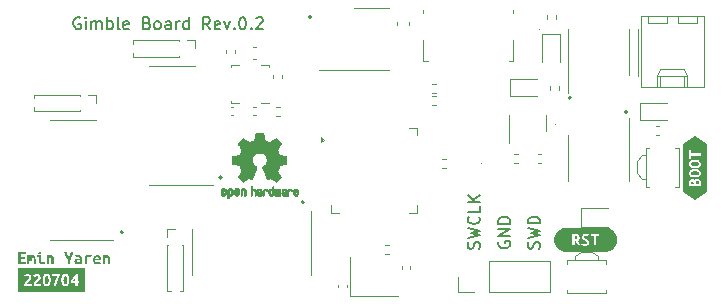
<source format=gbr>
%TF.GenerationSoftware,KiCad,Pcbnew,(6.0.6)*%
%TF.CreationDate,2022-07-04T15:46:39+03:00*%
%TF.ProjectId,gimble,67696d62-6c65-42e6-9b69-6361645f7063,0.2*%
%TF.SameCoordinates,Original*%
%TF.FileFunction,Legend,Top*%
%TF.FilePolarity,Positive*%
%FSLAX46Y46*%
G04 Gerber Fmt 4.6, Leading zero omitted, Abs format (unit mm)*
G04 Created by KiCad (PCBNEW (6.0.6)) date 2022-07-04 15:46:39*
%MOMM*%
%LPD*%
G01*
G04 APERTURE LIST*
%ADD10C,0.150000*%
%ADD11C,0.120000*%
%ADD12C,0.100000*%
%ADD13C,0.010000*%
G04 APERTURE END LIST*
D10*
X118111803Y-64625000D02*
G75*
G03*
X118111803Y-64625000I-111803J0D01*
G01*
X152461803Y-59075000D02*
G75*
G03*
X152461803Y-59075000I-111803J0D01*
G01*
X109761803Y-69250000D02*
G75*
G03*
X109761803Y-69250000I-111803J0D01*
G01*
X147686803Y-57875000D02*
G75*
G03*
X147686803Y-57875000I-111803J0D01*
G01*
X125711803Y-51025000D02*
G75*
G03*
X125711803Y-51025000I-111803J0D01*
G01*
X125086803Y-66725000D02*
G75*
G03*
X125086803Y-66725000I-111803J0D01*
G01*
X141575000Y-70036904D02*
X141527380Y-70132142D01*
X141527380Y-70275000D01*
X141575000Y-70417857D01*
X141670238Y-70513095D01*
X141765476Y-70560714D01*
X141955952Y-70608333D01*
X142098809Y-70608333D01*
X142289285Y-70560714D01*
X142384523Y-70513095D01*
X142479761Y-70417857D01*
X142527380Y-70275000D01*
X142527380Y-70179761D01*
X142479761Y-70036904D01*
X142432142Y-69989285D01*
X142098809Y-69989285D01*
X142098809Y-70179761D01*
X142527380Y-69560714D02*
X141527380Y-69560714D01*
X142527380Y-68989285D01*
X141527380Y-68989285D01*
X142527380Y-68513095D02*
X141527380Y-68513095D01*
X141527380Y-68275000D01*
X141575000Y-68132142D01*
X141670238Y-68036904D01*
X141765476Y-67989285D01*
X141955952Y-67941666D01*
X142098809Y-67941666D01*
X142289285Y-67989285D01*
X142384523Y-68036904D01*
X142479761Y-68132142D01*
X142527380Y-68275000D01*
X142527380Y-68513095D01*
X106122619Y-51100000D02*
X106027380Y-51052380D01*
X105884523Y-51052380D01*
X105741666Y-51100000D01*
X105646428Y-51195238D01*
X105598809Y-51290476D01*
X105551190Y-51480952D01*
X105551190Y-51623809D01*
X105598809Y-51814285D01*
X105646428Y-51909523D01*
X105741666Y-52004761D01*
X105884523Y-52052380D01*
X105979761Y-52052380D01*
X106122619Y-52004761D01*
X106170238Y-51957142D01*
X106170238Y-51623809D01*
X105979761Y-51623809D01*
X106598809Y-52052380D02*
X106598809Y-51385714D01*
X106598809Y-51052380D02*
X106551190Y-51100000D01*
X106598809Y-51147619D01*
X106646428Y-51100000D01*
X106598809Y-51052380D01*
X106598809Y-51147619D01*
X107075000Y-52052380D02*
X107075000Y-51385714D01*
X107075000Y-51480952D02*
X107122619Y-51433333D01*
X107217857Y-51385714D01*
X107360714Y-51385714D01*
X107455952Y-51433333D01*
X107503571Y-51528571D01*
X107503571Y-52052380D01*
X107503571Y-51528571D02*
X107551190Y-51433333D01*
X107646428Y-51385714D01*
X107789285Y-51385714D01*
X107884523Y-51433333D01*
X107932142Y-51528571D01*
X107932142Y-52052380D01*
X108408333Y-52052380D02*
X108408333Y-51052380D01*
X108408333Y-51433333D02*
X108503571Y-51385714D01*
X108694047Y-51385714D01*
X108789285Y-51433333D01*
X108836904Y-51480952D01*
X108884523Y-51576190D01*
X108884523Y-51861904D01*
X108836904Y-51957142D01*
X108789285Y-52004761D01*
X108694047Y-52052380D01*
X108503571Y-52052380D01*
X108408333Y-52004761D01*
X109455952Y-52052380D02*
X109360714Y-52004761D01*
X109313095Y-51909523D01*
X109313095Y-51052380D01*
X110217857Y-52004761D02*
X110122619Y-52052380D01*
X109932142Y-52052380D01*
X109836904Y-52004761D01*
X109789285Y-51909523D01*
X109789285Y-51528571D01*
X109836904Y-51433333D01*
X109932142Y-51385714D01*
X110122619Y-51385714D01*
X110217857Y-51433333D01*
X110265476Y-51528571D01*
X110265476Y-51623809D01*
X109789285Y-51719047D01*
X111789285Y-51528571D02*
X111932142Y-51576190D01*
X111979761Y-51623809D01*
X112027380Y-51719047D01*
X112027380Y-51861904D01*
X111979761Y-51957142D01*
X111932142Y-52004761D01*
X111836904Y-52052380D01*
X111455952Y-52052380D01*
X111455952Y-51052380D01*
X111789285Y-51052380D01*
X111884523Y-51100000D01*
X111932142Y-51147619D01*
X111979761Y-51242857D01*
X111979761Y-51338095D01*
X111932142Y-51433333D01*
X111884523Y-51480952D01*
X111789285Y-51528571D01*
X111455952Y-51528571D01*
X112598809Y-52052380D02*
X112503571Y-52004761D01*
X112455952Y-51957142D01*
X112408333Y-51861904D01*
X112408333Y-51576190D01*
X112455952Y-51480952D01*
X112503571Y-51433333D01*
X112598809Y-51385714D01*
X112741666Y-51385714D01*
X112836904Y-51433333D01*
X112884523Y-51480952D01*
X112932142Y-51576190D01*
X112932142Y-51861904D01*
X112884523Y-51957142D01*
X112836904Y-52004761D01*
X112741666Y-52052380D01*
X112598809Y-52052380D01*
X113789285Y-52052380D02*
X113789285Y-51528571D01*
X113741666Y-51433333D01*
X113646428Y-51385714D01*
X113455952Y-51385714D01*
X113360714Y-51433333D01*
X113789285Y-52004761D02*
X113694047Y-52052380D01*
X113455952Y-52052380D01*
X113360714Y-52004761D01*
X113313095Y-51909523D01*
X113313095Y-51814285D01*
X113360714Y-51719047D01*
X113455952Y-51671428D01*
X113694047Y-51671428D01*
X113789285Y-51623809D01*
X114265476Y-52052380D02*
X114265476Y-51385714D01*
X114265476Y-51576190D02*
X114313095Y-51480952D01*
X114360714Y-51433333D01*
X114455952Y-51385714D01*
X114551190Y-51385714D01*
X115313095Y-52052380D02*
X115313095Y-51052380D01*
X115313095Y-52004761D02*
X115217857Y-52052380D01*
X115027380Y-52052380D01*
X114932142Y-52004761D01*
X114884523Y-51957142D01*
X114836904Y-51861904D01*
X114836904Y-51576190D01*
X114884523Y-51480952D01*
X114932142Y-51433333D01*
X115027380Y-51385714D01*
X115217857Y-51385714D01*
X115313095Y-51433333D01*
X117122619Y-52052380D02*
X116789285Y-51576190D01*
X116551190Y-52052380D02*
X116551190Y-51052380D01*
X116932142Y-51052380D01*
X117027380Y-51100000D01*
X117075000Y-51147619D01*
X117122619Y-51242857D01*
X117122619Y-51385714D01*
X117075000Y-51480952D01*
X117027380Y-51528571D01*
X116932142Y-51576190D01*
X116551190Y-51576190D01*
X117932142Y-52004761D02*
X117836904Y-52052380D01*
X117646428Y-52052380D01*
X117551190Y-52004761D01*
X117503571Y-51909523D01*
X117503571Y-51528571D01*
X117551190Y-51433333D01*
X117646428Y-51385714D01*
X117836904Y-51385714D01*
X117932142Y-51433333D01*
X117979761Y-51528571D01*
X117979761Y-51623809D01*
X117503571Y-51719047D01*
X118313095Y-51385714D02*
X118551190Y-52052380D01*
X118789285Y-51385714D01*
X119170238Y-51957142D02*
X119217857Y-52004761D01*
X119170238Y-52052380D01*
X119122619Y-52004761D01*
X119170238Y-51957142D01*
X119170238Y-52052380D01*
X119836904Y-51052380D02*
X119932142Y-51052380D01*
X120027380Y-51100000D01*
X120075000Y-51147619D01*
X120122619Y-51242857D01*
X120170238Y-51433333D01*
X120170238Y-51671428D01*
X120122619Y-51861904D01*
X120075000Y-51957142D01*
X120027380Y-52004761D01*
X119932142Y-52052380D01*
X119836904Y-52052380D01*
X119741666Y-52004761D01*
X119694047Y-51957142D01*
X119646428Y-51861904D01*
X119598809Y-51671428D01*
X119598809Y-51433333D01*
X119646428Y-51242857D01*
X119694047Y-51147619D01*
X119741666Y-51100000D01*
X119836904Y-51052380D01*
X120598809Y-51957142D02*
X120646428Y-52004761D01*
X120598809Y-52052380D01*
X120551190Y-52004761D01*
X120598809Y-51957142D01*
X120598809Y-52052380D01*
X121027380Y-51147619D02*
X121075000Y-51100000D01*
X121170238Y-51052380D01*
X121408333Y-51052380D01*
X121503571Y-51100000D01*
X121551190Y-51147619D01*
X121598809Y-51242857D01*
X121598809Y-51338095D01*
X121551190Y-51480952D01*
X120979761Y-52052380D01*
X121598809Y-52052380D01*
X139904761Y-70634916D02*
X139952380Y-70492059D01*
X139952380Y-70253964D01*
X139904761Y-70158726D01*
X139857142Y-70111107D01*
X139761904Y-70063488D01*
X139666666Y-70063488D01*
X139571428Y-70111107D01*
X139523809Y-70158726D01*
X139476190Y-70253964D01*
X139428571Y-70444440D01*
X139380952Y-70539678D01*
X139333333Y-70587297D01*
X139238095Y-70634916D01*
X139142857Y-70634916D01*
X139047619Y-70587297D01*
X139000000Y-70539678D01*
X138952380Y-70444440D01*
X138952380Y-70206345D01*
X139000000Y-70063488D01*
X138952380Y-69730154D02*
X139952380Y-69492059D01*
X139238095Y-69301583D01*
X139952380Y-69111107D01*
X138952380Y-68873012D01*
X139857142Y-67920631D02*
X139904761Y-67968250D01*
X139952380Y-68111107D01*
X139952380Y-68206345D01*
X139904761Y-68349202D01*
X139809523Y-68444440D01*
X139714285Y-68492059D01*
X139523809Y-68539678D01*
X139380952Y-68539678D01*
X139190476Y-68492059D01*
X139095238Y-68444440D01*
X139000000Y-68349202D01*
X138952380Y-68206345D01*
X138952380Y-68111107D01*
X139000000Y-67968250D01*
X139047619Y-67920631D01*
X139952380Y-67015869D02*
X139952380Y-67492059D01*
X138952380Y-67492059D01*
X139952380Y-66682535D02*
X138952380Y-66682535D01*
X139952380Y-66111107D02*
X139380952Y-66539678D01*
X138952380Y-66111107D02*
X139523809Y-66682535D01*
X144979761Y-70632142D02*
X145027380Y-70489285D01*
X145027380Y-70251190D01*
X144979761Y-70155952D01*
X144932142Y-70108333D01*
X144836904Y-70060714D01*
X144741666Y-70060714D01*
X144646428Y-70108333D01*
X144598809Y-70155952D01*
X144551190Y-70251190D01*
X144503571Y-70441666D01*
X144455952Y-70536904D01*
X144408333Y-70584523D01*
X144313095Y-70632142D01*
X144217857Y-70632142D01*
X144122619Y-70584523D01*
X144075000Y-70536904D01*
X144027380Y-70441666D01*
X144027380Y-70203571D01*
X144075000Y-70060714D01*
X144027380Y-69727380D02*
X145027380Y-69489285D01*
X144313095Y-69298809D01*
X145027380Y-69108333D01*
X144027380Y-68870238D01*
X145027380Y-68489285D02*
X144027380Y-68489285D01*
X144027380Y-68251190D01*
X144075000Y-68108333D01*
X144170238Y-68013095D01*
X144265476Y-67965476D01*
X144455952Y-67917857D01*
X144598809Y-67917857D01*
X144789285Y-67965476D01*
X144884523Y-68013095D01*
X144979761Y-68108333D01*
X145027380Y-68251190D01*
X145027380Y-68489285D01*
D11*
%TO.C,C402*%
X118490000Y-54057836D02*
X118490000Y-53842164D01*
X119210000Y-54057836D02*
X119210000Y-53842164D01*
D12*
%TO.C,D202*%
X145050000Y-52090000D02*
G75*
G03*
X145050000Y-52090000I-50000J0D01*
G01*
D11*
%TO.C,M500*%
X110630000Y-52985000D02*
X110630000Y-53285507D01*
X114505000Y-54375000D02*
X110630000Y-54375000D01*
X114505000Y-52985000D02*
X110630000Y-52985000D01*
X115875000Y-52985000D02*
X115875000Y-53680000D01*
X114505000Y-54288276D02*
X114505000Y-54375000D01*
X115190000Y-52985000D02*
X115875000Y-52985000D01*
X110630000Y-54074493D02*
X110630000Y-54375000D01*
X114505000Y-52985000D02*
X114505000Y-53071724D01*
%TO.C,D200*%
X155800000Y-58265000D02*
X153515000Y-58265000D01*
X153515000Y-58265000D02*
X153515000Y-59735000D01*
X153515000Y-59735000D02*
X155800000Y-59735000D01*
%TO.C,U301*%
X129310000Y-50265000D02*
X132310000Y-50265000D01*
X126310000Y-55485000D02*
X132310000Y-55485000D01*
%TO.C,C200*%
X150800000Y-67215000D02*
X148490000Y-67215000D01*
X148490000Y-68785000D02*
X150800000Y-68785000D01*
X148490000Y-67215000D02*
X148490000Y-68785000D01*
%TO.C,SW300*%
X148500000Y-70900000D02*
X148000000Y-71280000D01*
X147350000Y-74100000D02*
X147350000Y-74400000D01*
X148500000Y-70900000D02*
X149500000Y-70900000D01*
X147350000Y-71600000D02*
X150650000Y-71600000D01*
X150650000Y-71600000D02*
X150650000Y-71900000D01*
X150000000Y-71280000D02*
X150000000Y-71600000D01*
X150650000Y-74400000D02*
X150650000Y-74100000D01*
X147350000Y-71900000D02*
X147350000Y-71600000D01*
X149500000Y-70900000D02*
X150000000Y-71280000D01*
X147350000Y-74400000D02*
X150650000Y-74400000D01*
X148000000Y-71280000D02*
X148000000Y-71600000D01*
%TO.C,U400*%
X121410000Y-55065000D02*
X122085000Y-55065000D01*
X119540000Y-58285000D02*
X118865000Y-58285000D01*
X119540000Y-55065000D02*
X118865000Y-55065000D01*
X118865000Y-58285000D02*
X118865000Y-58110000D01*
X122085000Y-55065000D02*
X122085000Y-55240000D01*
X121410000Y-58285000D02*
X122085000Y-58285000D01*
X118865000Y-55065000D02*
X118865000Y-55240000D01*
%TO.C,kibuzzard-62C2D4AD*%
G36*
X150666055Y-68854545D02*
G01*
X150765593Y-68869310D01*
X150863205Y-68893760D01*
X150957950Y-68927661D01*
X151048916Y-68970684D01*
X151135227Y-69022417D01*
X151216051Y-69082361D01*
X151290611Y-69149938D01*
X151358188Y-69224498D01*
X151418132Y-69305322D01*
X151469865Y-69391633D01*
X151512888Y-69482599D01*
X151546789Y-69577344D01*
X151571239Y-69674956D01*
X151586004Y-69774494D01*
X151590942Y-69875000D01*
X151586004Y-69975506D01*
X151571239Y-70075044D01*
X151546789Y-70172656D01*
X151512888Y-70267401D01*
X151469865Y-70358367D01*
X151418132Y-70444678D01*
X151358188Y-70525502D01*
X151290611Y-70600062D01*
X151216051Y-70667639D01*
X151135227Y-70727583D01*
X151048916Y-70779316D01*
X150957950Y-70822339D01*
X150863205Y-70856240D01*
X150765593Y-70880690D01*
X150666055Y-70895455D01*
X150565549Y-70900393D01*
X147284451Y-70900393D01*
X147183945Y-70895455D01*
X147084407Y-70880690D01*
X146986795Y-70856240D01*
X146892050Y-70822339D01*
X146801084Y-70779316D01*
X146714773Y-70727583D01*
X146633949Y-70667639D01*
X146559389Y-70600062D01*
X146491812Y-70525502D01*
X146431868Y-70444678D01*
X146385384Y-70367125D01*
X147797081Y-70367125D01*
X147992344Y-70367125D01*
X147992344Y-70005175D01*
X148093944Y-70005175D01*
X148147720Y-70095067D01*
X148197925Y-70183769D01*
X148243367Y-70273661D01*
X148282856Y-70367125D01*
X148487644Y-70367125D01*
X148464159Y-70313150D01*
X148568606Y-70313150D01*
X148678144Y-70361569D01*
X148763472Y-70381214D01*
X148873406Y-70387763D01*
X148984796Y-70379384D01*
X149075548Y-70354249D01*
X149145663Y-70312356D01*
X149212933Y-70221273D01*
X149235356Y-70098838D01*
X149228609Y-70024820D01*
X149208369Y-69964694D01*
X149139313Y-69875794D01*
X149047238Y-69818644D01*
X148951194Y-69779750D01*
X148890075Y-69755937D01*
X148834512Y-69726569D01*
X148794031Y-69688469D01*
X148778156Y-69638462D01*
X148795442Y-69575844D01*
X148847301Y-69538274D01*
X148933731Y-69525750D01*
X149045650Y-69541625D01*
X149133756Y-69579725D01*
X149146389Y-69546387D01*
X149338544Y-69546387D01*
X149597306Y-69546387D01*
X149597306Y-70367125D01*
X149794156Y-70367125D01*
X149794156Y-69546387D01*
X150052919Y-69546387D01*
X150052919Y-69384462D01*
X149338544Y-69384462D01*
X149338544Y-69546387D01*
X149146389Y-69546387D01*
X149190906Y-69428912D01*
X149077400Y-69382875D01*
X149004177Y-69367397D01*
X148919444Y-69362237D01*
X148822165Y-69370881D01*
X148739880Y-69396810D01*
X148672588Y-69440025D01*
X148605317Y-69532894D01*
X148582894Y-69655925D01*
X148608294Y-69772606D01*
X148672588Y-69851187D01*
X148759106Y-69903575D01*
X148851181Y-69940088D01*
X148917856Y-69967869D01*
X148978181Y-70001206D01*
X149022631Y-70043275D01*
X149040094Y-70097250D01*
X149032950Y-70144081D01*
X149006756Y-70185356D01*
X148955163Y-70213931D01*
X148873406Y-70224250D01*
X148794230Y-70218694D01*
X148728150Y-70202025D01*
X148625756Y-70154400D01*
X148568606Y-70313150D01*
X148464159Y-70313150D01*
X148442400Y-70263144D01*
X148387631Y-70153606D01*
X148328894Y-70048831D01*
X148271744Y-69957550D01*
X148341197Y-69912703D01*
X148387631Y-69851187D01*
X148413825Y-69777369D01*
X148422556Y-69695612D01*
X148416008Y-69618420D01*
X148396362Y-69551944D01*
X148320956Y-69451137D01*
X148266981Y-69416609D01*
X148203481Y-69392400D01*
X148131250Y-69378112D01*
X148051081Y-69373350D01*
X147995519Y-69374938D01*
X147928844Y-69378906D01*
X147859787Y-69386844D01*
X147797081Y-69398750D01*
X147797081Y-70367125D01*
X146385384Y-70367125D01*
X146380135Y-70358367D01*
X146337112Y-70267401D01*
X146303211Y-70172656D01*
X146278761Y-70075044D01*
X146263996Y-69975506D01*
X146259058Y-69875000D01*
X146263996Y-69774494D01*
X146278761Y-69674956D01*
X146303211Y-69577344D01*
X146337112Y-69482599D01*
X146380135Y-69391633D01*
X146431868Y-69305322D01*
X146491812Y-69224498D01*
X146559389Y-69149938D01*
X146633949Y-69082361D01*
X146714773Y-69022417D01*
X146801084Y-68970684D01*
X146892050Y-68927661D01*
X146986795Y-68893760D01*
X147084407Y-68869310D01*
X147183945Y-68854545D01*
X147284451Y-68849607D01*
X150565549Y-68849607D01*
X150666055Y-68854545D01*
G37*
G36*
X148121328Y-69552341D02*
G01*
X148176494Y-69579725D01*
X148212212Y-69626556D01*
X148224119Y-69694025D01*
X148179669Y-69804356D01*
X148121328Y-69833527D01*
X148035206Y-69843250D01*
X147992344Y-69843250D01*
X147992344Y-69547975D01*
X148024094Y-69544006D01*
X148051081Y-69543212D01*
X148121328Y-69552341D01*
G37*
%TO.C,C311*%
X127965000Y-73907836D02*
X127965000Y-73692164D01*
X128685000Y-73907836D02*
X128685000Y-73692164D01*
%TO.C,R303*%
X136771359Y-63020000D02*
X137078641Y-63020000D01*
X136771359Y-63780000D02*
X137078641Y-63780000D01*
%TO.C,U200*%
X147440000Y-63000000D02*
X147440000Y-61050000D01*
X147440000Y-63000000D02*
X147440000Y-64950000D01*
X152560000Y-63000000D02*
X152560000Y-64950000D01*
X152560000Y-63000000D02*
X152560000Y-59550000D01*
%TO.C,M501*%
X106085000Y-58898276D02*
X106085000Y-58985000D01*
X106085000Y-57595000D02*
X102210000Y-57595000D01*
X102210000Y-58684493D02*
X102210000Y-58985000D01*
X106085000Y-57595000D02*
X106085000Y-57681724D01*
X107455000Y-57595000D02*
X107455000Y-58290000D01*
X102210000Y-57595000D02*
X102210000Y-57895507D01*
X106770000Y-57595000D02*
X107455000Y-57595000D01*
X106085000Y-58985000D02*
X102210000Y-58985000D01*
%TO.C,SW301*%
X153680000Y-62725000D02*
X154000000Y-62725000D01*
X153300000Y-64225000D02*
X153300000Y-63225000D01*
X153300000Y-63225000D02*
X153680000Y-62725000D01*
X154000000Y-65375000D02*
X154000000Y-62075000D01*
X156500000Y-65375000D02*
X156800000Y-65375000D01*
X154000000Y-62075000D02*
X154300000Y-62075000D01*
X156800000Y-62075000D02*
X156500000Y-62075000D01*
X154300000Y-65375000D02*
X154000000Y-65375000D01*
X156800000Y-65375000D02*
X156800000Y-62075000D01*
X153300000Y-64225000D02*
X153680000Y-64725000D01*
X153680000Y-64725000D02*
X154000000Y-64725000D01*
%TO.C,R302*%
X131971359Y-71105000D02*
X132278641Y-71105000D01*
X131971359Y-70345000D02*
X132278641Y-70345000D01*
%TO.C,J300*%
X139475000Y-74330000D02*
X138145000Y-74330000D01*
X140745000Y-71670000D02*
X145885000Y-71670000D01*
X145885000Y-74330000D02*
X145885000Y-71670000D01*
X140745000Y-74330000D02*
X140745000Y-71670000D01*
X140745000Y-74330000D02*
X145885000Y-74330000D01*
X138145000Y-74330000D02*
X138145000Y-73000000D01*
%TO.C,R401*%
X122696359Y-58620000D02*
X123003641Y-58620000D01*
X122696359Y-59380000D02*
X123003641Y-59380000D01*
%TO.C,U201*%
X147440000Y-54000000D02*
X147440000Y-52050000D01*
X152560000Y-54000000D02*
X152560000Y-55950000D01*
X147440000Y-54000000D02*
X147440000Y-57450000D01*
X152560000Y-54000000D02*
X152560000Y-52050000D01*
%TO.C,U502*%
X125680000Y-70910000D02*
X125680000Y-67460000D01*
X125680000Y-70910000D02*
X125680000Y-72860000D01*
X115560000Y-70910000D02*
X115560000Y-72860000D01*
X115560000Y-70910000D02*
X115560000Y-68960000D01*
%TO.C,kibuzzard-62C2DC45*%
G36*
X103662559Y-71178345D02*
G01*
X103728837Y-71196800D01*
X103821706Y-71266650D01*
X103870125Y-71374600D01*
X103880841Y-71440680D01*
X103884412Y-71513506D01*
X103884412Y-71934194D01*
X103689150Y-71934194D01*
X103689150Y-71538906D01*
X103683197Y-71448816D01*
X103665337Y-71388094D01*
X103568500Y-71342056D01*
X103524844Y-71343644D01*
X103479600Y-71348406D01*
X103479600Y-71934194D01*
X103284337Y-71934194D01*
X103284337Y-71211881D01*
X103342877Y-71197991D01*
X103413719Y-71184894D01*
X103494086Y-71175369D01*
X103581200Y-71172194D01*
X103662559Y-71178345D01*
G37*
G36*
X108425059Y-71178345D02*
G01*
X108491338Y-71196800D01*
X108584206Y-71266650D01*
X108632625Y-71374600D01*
X108643341Y-71440680D01*
X108646913Y-71513506D01*
X108646913Y-71934194D01*
X108451650Y-71934194D01*
X108451650Y-71538906D01*
X108445697Y-71448816D01*
X108427838Y-71388094D01*
X108331000Y-71342056D01*
X108287344Y-71343644D01*
X108242100Y-71348406D01*
X108242100Y-71934194D01*
X108046838Y-71934194D01*
X108046838Y-71211881D01*
X108105377Y-71197991D01*
X108176219Y-71184894D01*
X108256586Y-71175369D01*
X108343700Y-71172194D01*
X108425059Y-71178345D01*
G37*
G36*
X106896694Y-71175369D02*
G01*
X106959400Y-71180925D01*
X107026869Y-71190450D01*
X107087988Y-71205531D01*
X107053063Y-71386506D01*
X107007819Y-71376981D01*
X106954638Y-71368250D01*
X106902250Y-71362694D01*
X106859388Y-71361106D01*
X106778425Y-71365075D01*
X106697463Y-71380156D01*
X106697463Y-71934194D01*
X106500613Y-71934194D01*
X106500613Y-71237281D01*
X106579392Y-71211484D01*
X106660156Y-71191244D01*
X106748858Y-71178147D01*
X106851450Y-71173781D01*
X106896694Y-71175369D01*
G37*
G36*
X102849362Y-71650031D02*
G01*
X102873969Y-71749250D01*
X102955725Y-71781794D01*
X103020812Y-71774650D01*
X103106537Y-71745281D01*
X103131937Y-71902444D01*
X103018431Y-71941338D01*
X102920800Y-71951656D01*
X102850752Y-71946100D01*
X102793006Y-71929431D01*
X102710456Y-71865138D01*
X102666800Y-71762744D01*
X102657275Y-71698053D01*
X102654100Y-71624631D01*
X102654100Y-71349994D01*
X102447725Y-71349994D01*
X102447725Y-71188069D01*
X102849362Y-71188069D01*
X102849362Y-71650031D01*
G37*
G36*
X107232450Y-71394444D02*
G01*
X107267375Y-71325983D01*
X107311825Y-71269825D01*
X107364609Y-71225970D01*
X107424538Y-71194419D01*
X107488831Y-71175369D01*
X107554713Y-71169019D01*
X107655960Y-71179867D01*
X107739568Y-71212410D01*
X107805538Y-71266650D01*
X107853163Y-71341703D01*
X107881738Y-71436689D01*
X107891263Y-71551606D01*
X107890469Y-71591294D01*
X107888088Y-71624631D01*
X107403900Y-71624631D01*
X107418981Y-71689917D01*
X107464225Y-71739725D01*
X107533281Y-71771277D01*
X107619800Y-71781794D01*
X107731719Y-71769094D01*
X107821413Y-71743694D01*
X107848400Y-71910381D01*
X107740450Y-71939750D01*
X107611863Y-71951656D01*
X107521573Y-71945505D01*
X107441206Y-71927050D01*
X107371356Y-71896491D01*
X107312619Y-71854025D01*
X107265589Y-71799852D01*
X107230863Y-71734169D01*
X107209431Y-71656778D01*
X107202288Y-71567481D01*
X107208631Y-71489694D01*
X107403900Y-71489694D01*
X107702350Y-71489694D01*
X107694413Y-71431750D01*
X107669013Y-71381744D01*
X107624563Y-71346025D01*
X107557888Y-71332531D01*
X107492006Y-71345231D01*
X107445969Y-71380156D01*
X107417394Y-71430956D01*
X107403900Y-71489694D01*
X107208631Y-71489694D01*
X107209828Y-71475009D01*
X107232450Y-71394444D01*
G37*
G36*
X102242937Y-71199181D02*
G01*
X102305644Y-71256331D01*
X102336600Y-71352375D01*
X102342553Y-71415280D01*
X102344537Y-71488106D01*
X102344537Y-71934194D01*
X102185787Y-71934194D01*
X102185787Y-71478581D01*
X102180231Y-71407144D01*
X102165944Y-71365869D01*
X102145306Y-71346819D01*
X102120700Y-71342056D01*
X102090537Y-71344437D01*
X102061962Y-71353169D01*
X102069900Y-71419844D01*
X102073075Y-71500806D01*
X102073075Y-71650031D01*
X101914325Y-71650031D01*
X101914325Y-71478581D01*
X101899244Y-71372219D01*
X101850825Y-71342056D01*
X101827806Y-71343644D01*
X101801612Y-71348406D01*
X101801612Y-71934194D01*
X101642862Y-71934194D01*
X101642862Y-71216644D01*
X101765100Y-71189656D01*
X101871462Y-71180131D01*
X101945281Y-71190450D01*
X102001637Y-71224581D01*
X102065137Y-71193625D01*
X102141337Y-71180131D01*
X102242937Y-71199181D01*
G37*
G36*
X105040509Y-71066823D02*
G01*
X105082975Y-71184100D01*
X105128219Y-71297408D01*
X105175050Y-71400794D01*
X105215531Y-71308719D01*
X105261569Y-71191244D01*
X105284191Y-71128934D01*
X105306019Y-71065831D01*
X105344913Y-70951531D01*
X105546525Y-70951531D01*
X105516363Y-71031303D01*
X105486200Y-71108694D01*
X105455244Y-71184497D01*
X105422700Y-71259506D01*
X105388172Y-71333920D01*
X105351263Y-71407938D01*
X105311575Y-71482748D01*
X105268713Y-71559544D01*
X105268713Y-71934194D01*
X105071863Y-71934194D01*
X105071863Y-71561131D01*
X105016035Y-71459267D01*
X104964971Y-71358990D01*
X104918669Y-71260300D01*
X104875365Y-71160728D01*
X104833297Y-71057806D01*
X104792463Y-70951531D01*
X105002013Y-70951531D01*
X105040509Y-71066823D01*
G37*
G36*
X101498400Y-71113456D02*
G01*
X101098350Y-71113456D01*
X101098350Y-71334119D01*
X101446012Y-71334119D01*
X101446012Y-71496044D01*
X101098350Y-71496044D01*
X101098350Y-71772269D01*
X101533325Y-71772269D01*
X101533325Y-71934194D01*
X100903087Y-71934194D01*
X100903087Y-70951531D01*
X101498400Y-70951531D01*
X101498400Y-71113456D01*
G37*
G36*
X106078338Y-71486519D02*
G01*
X106078338Y-71462706D01*
X106043413Y-71369837D01*
X105995788Y-71341858D01*
X105922763Y-71332531D01*
X105815606Y-71340469D01*
X105732263Y-71359519D01*
X105705275Y-71202356D01*
X105808463Y-71179337D01*
X105876328Y-71171598D01*
X105946575Y-71169019D01*
X106030911Y-71174377D01*
X106099769Y-71190450D01*
X106197400Y-71250775D01*
X106249788Y-71346025D01*
X106265663Y-71472231D01*
X106265663Y-71916731D01*
X106138663Y-71938956D01*
X106049366Y-71948481D01*
X105949750Y-71951656D01*
X105820369Y-71938956D01*
X105721150Y-71896888D01*
X105657650Y-71820688D01*
X105635425Y-71705594D01*
X105636529Y-71700831D01*
X105827513Y-71700831D01*
X105865613Y-71773063D01*
X105964038Y-71794494D01*
X106025950Y-71793700D01*
X106078338Y-71789731D01*
X106078338Y-71618281D01*
X106032300Y-71612725D01*
X105983088Y-71610344D01*
X105924350Y-71614313D01*
X105874344Y-71627806D01*
X105840213Y-71654794D01*
X105827513Y-71700831D01*
X105636529Y-71700831D01*
X105660825Y-71596056D01*
X105729088Y-71524619D01*
X105827513Y-71485725D01*
X105943400Y-71473819D01*
X106015234Y-71476994D01*
X106078338Y-71486519D01*
G37*
G36*
X102804912Y-70881681D02*
G01*
X102841425Y-70973756D01*
X102804912Y-71064244D01*
X102717600Y-71097581D01*
X102631081Y-71064244D01*
X102595362Y-70973756D01*
X102631081Y-70881681D01*
X102717600Y-70848344D01*
X102804912Y-70881681D01*
G37*
%TO.C,C313*%
X133970000Y-51459420D02*
X133970000Y-51740580D01*
X132950000Y-51459420D02*
X132950000Y-51740580D01*
%TO.C,C403*%
X119082836Y-59360000D02*
X118867164Y-59360000D01*
X119082836Y-58640000D02*
X118867164Y-58640000D01*
%TO.C,R301*%
X136243641Y-57695000D02*
X135936359Y-57695000D01*
X136243641Y-58455000D02*
X135936359Y-58455000D01*
%TO.C,Y300*%
X129000000Y-74650000D02*
X133000000Y-74650000D01*
X129000000Y-71350000D02*
X129000000Y-74650000D01*
D12*
%TO.C,D201*%
X146350000Y-60140000D02*
G75*
G03*
X146350000Y-60140000I-50000J0D01*
G01*
D11*
%TO.C,C400*%
X121007836Y-58640000D02*
X120792164Y-58640000D01*
X121007836Y-59360000D02*
X120792164Y-59360000D01*
D12*
%TO.C,D300*%
X140115000Y-63400000D02*
G75*
G03*
X140115000Y-63400000I-50000J0D01*
G01*
D11*
%TO.C,J201*%
X155250000Y-56990000D02*
X155250000Y-55990000D01*
X156740000Y-50970000D02*
X156740000Y-51570000D01*
X153330000Y-52000000D02*
X153330000Y-56000000D01*
X157540000Y-55990000D02*
X157540000Y-56990000D01*
X155000000Y-55990000D02*
X155250000Y-55460000D01*
X157290000Y-55460000D02*
X157540000Y-55990000D01*
X156740000Y-51570000D02*
X158340000Y-51570000D01*
X154200000Y-50970000D02*
X154200000Y-51570000D01*
X154200000Y-51570000D02*
X155800000Y-51570000D01*
X155800000Y-51570000D02*
X155800000Y-50970000D01*
X153620000Y-56990000D02*
X158920000Y-56990000D01*
X155000000Y-55990000D02*
X157540000Y-55990000D01*
X155000000Y-56990000D02*
X155000000Y-55990000D01*
X158920000Y-56990000D02*
X158920000Y-50970000D01*
X158340000Y-51570000D02*
X158340000Y-50970000D01*
X155250000Y-55460000D02*
X157290000Y-55460000D01*
X157290000Y-56990000D02*
X157290000Y-55990000D01*
X158920000Y-50970000D02*
X153620000Y-50970000D01*
X153620000Y-50970000D02*
X153620000Y-56990000D01*
%TO.C,C201*%
X146785000Y-52490000D02*
X145215000Y-52490000D01*
X146785000Y-54800000D02*
X146785000Y-52490000D01*
X145215000Y-52490000D02*
X145215000Y-54800000D01*
%TO.C,U501*%
X105480000Y-69870000D02*
X103530000Y-69870000D01*
X105480000Y-69870000D02*
X108930000Y-69870000D01*
X105480000Y-59750000D02*
X107430000Y-59750000D01*
X105480000Y-59750000D02*
X103530000Y-59750000D01*
%TO.C,R304*%
X155163641Y-60215000D02*
X154856359Y-60215000D01*
X155163641Y-60975000D02*
X154856359Y-60975000D01*
%TO.C,FB200*%
X142515000Y-56265000D02*
X142515000Y-57735000D01*
X142515000Y-57735000D02*
X144800000Y-57735000D01*
X144800000Y-56265000D02*
X142515000Y-56265000D01*
%TO.C,C312*%
X133340000Y-72142164D02*
X133340000Y-72357836D01*
X134060000Y-72142164D02*
X134060000Y-72357836D01*
%TO.C,U300*%
X127390000Y-67610000D02*
X127390000Y-66960000D01*
X134610000Y-60390000D02*
X134610000Y-61040000D01*
X133960000Y-67610000D02*
X134610000Y-67610000D01*
X133960000Y-60390000D02*
X134610000Y-60390000D01*
X128040000Y-67610000D02*
X127390000Y-67610000D01*
X134610000Y-67610000D02*
X134610000Y-66960000D01*
G36*
X126800000Y-61400000D02*
G01*
X126500000Y-61570000D01*
X126500000Y-61190000D01*
X126800000Y-61400000D01*
G37*
X126800000Y-61400000D02*
X126500000Y-61570000D01*
X126500000Y-61190000D01*
X126800000Y-61400000D01*
%TO.C,R203*%
X144846359Y-62620000D02*
X145153641Y-62620000D01*
X144846359Y-63380000D02*
X145153641Y-63380000D01*
%TO.C,Q200*%
X142440000Y-60000000D02*
X142440000Y-59350000D01*
X145560000Y-60000000D02*
X145560000Y-60650000D01*
X142440000Y-60000000D02*
X142440000Y-61675000D01*
X145560000Y-60000000D02*
X145560000Y-59350000D01*
%TO.C,M502*%
X114865000Y-70325000D02*
X114865000Y-74200000D01*
X113475000Y-68955000D02*
X114170000Y-68955000D01*
X113475000Y-70325000D02*
X113561724Y-70325000D01*
X114564493Y-74200000D02*
X114865000Y-74200000D01*
X114778276Y-70325000D02*
X114865000Y-70325000D01*
X113475000Y-70325000D02*
X113475000Y-74200000D01*
X113475000Y-74200000D02*
X113775507Y-74200000D01*
X113475000Y-69640000D02*
X113475000Y-68955000D01*
%TO.C,R202*%
X146380000Y-51153641D02*
X146380000Y-50846359D01*
X145620000Y-51153641D02*
X145620000Y-50846359D01*
%TO.C,U500*%
X113900000Y-65285000D02*
X117350000Y-65285000D01*
X113900000Y-55165000D02*
X115850000Y-55165000D01*
X113900000Y-65285000D02*
X111950000Y-65285000D01*
X113900000Y-55165000D02*
X111950000Y-55165000D01*
%TO.C,J200*%
X135190000Y-50660000D02*
X135190000Y-50400000D01*
X135190000Y-54710000D02*
X135570000Y-54710000D01*
X142810000Y-52940000D02*
X142810000Y-54710000D01*
X142810000Y-54710000D02*
X142430000Y-54710000D01*
X142810000Y-50400000D02*
X142810000Y-50660000D01*
X135190000Y-54710000D02*
X135190000Y-52940000D01*
%TO.C,REF\u002A\u002A*%
G36*
X121829926Y-65549755D02*
G01*
X121895858Y-65574084D01*
X121949273Y-65617117D01*
X121970164Y-65647409D01*
X121992939Y-65702994D01*
X121992466Y-65743186D01*
X121968562Y-65770217D01*
X121959717Y-65774813D01*
X121921530Y-65789144D01*
X121902028Y-65785472D01*
X121895422Y-65761407D01*
X121895086Y-65748114D01*
X121882992Y-65699210D01*
X121851471Y-65664999D01*
X121807659Y-65648476D01*
X121758695Y-65652634D01*
X121718894Y-65674227D01*
X121705450Y-65686544D01*
X121695921Y-65701487D01*
X121689485Y-65724075D01*
X121685317Y-65759328D01*
X121682597Y-65812266D01*
X121680502Y-65887907D01*
X121679960Y-65911857D01*
X121677981Y-65993790D01*
X121675731Y-66051455D01*
X121672357Y-66089608D01*
X121667006Y-66113004D01*
X121658824Y-66126398D01*
X121646959Y-66134545D01*
X121639362Y-66138144D01*
X121607102Y-66150452D01*
X121588111Y-66154514D01*
X121581836Y-66140948D01*
X121578006Y-66099934D01*
X121576600Y-66030999D01*
X121577598Y-65933669D01*
X121577908Y-65918657D01*
X121580101Y-65829859D01*
X121582693Y-65765019D01*
X121586382Y-65719067D01*
X121591864Y-65686935D01*
X121599835Y-65663553D01*
X121610993Y-65643852D01*
X121616830Y-65635410D01*
X121650296Y-65598057D01*
X121687727Y-65569003D01*
X121692309Y-65566467D01*
X121759426Y-65546443D01*
X121829926Y-65549755D01*
G37*
D13*
X121829926Y-65549755D02*
X121895858Y-65574084D01*
X121949273Y-65617117D01*
X121970164Y-65647409D01*
X121992939Y-65702994D01*
X121992466Y-65743186D01*
X121968562Y-65770217D01*
X121959717Y-65774813D01*
X121921530Y-65789144D01*
X121902028Y-65785472D01*
X121895422Y-65761407D01*
X121895086Y-65748114D01*
X121882992Y-65699210D01*
X121851471Y-65664999D01*
X121807659Y-65648476D01*
X121758695Y-65652634D01*
X121718894Y-65674227D01*
X121705450Y-65686544D01*
X121695921Y-65701487D01*
X121689485Y-65724075D01*
X121685317Y-65759328D01*
X121682597Y-65812266D01*
X121680502Y-65887907D01*
X121679960Y-65911857D01*
X121677981Y-65993790D01*
X121675731Y-66051455D01*
X121672357Y-66089608D01*
X121667006Y-66113004D01*
X121658824Y-66126398D01*
X121646959Y-66134545D01*
X121639362Y-66138144D01*
X121607102Y-66150452D01*
X121588111Y-66154514D01*
X121581836Y-66140948D01*
X121578006Y-66099934D01*
X121576600Y-66030999D01*
X121577598Y-65933669D01*
X121577908Y-65918657D01*
X121580101Y-65829859D01*
X121582693Y-65765019D01*
X121586382Y-65719067D01*
X121591864Y-65686935D01*
X121599835Y-65663553D01*
X121610993Y-65643852D01*
X121616830Y-65635410D01*
X121650296Y-65598057D01*
X121687727Y-65569003D01*
X121692309Y-65566467D01*
X121759426Y-65546443D01*
X121829926Y-65549755D01*
G36*
X122084726Y-65690086D02*
G01*
X122107135Y-65638600D01*
X122142124Y-65598443D01*
X122169375Y-65577861D01*
X122218907Y-65555625D01*
X122276316Y-65545304D01*
X122329682Y-65548067D01*
X122359543Y-65559212D01*
X122371261Y-65562383D01*
X122379037Y-65550557D01*
X122384465Y-65518866D01*
X122388571Y-65470593D01*
X122393067Y-65416829D01*
X122399313Y-65384482D01*
X122410676Y-65365985D01*
X122430528Y-65353770D01*
X122443000Y-65348362D01*
X122490171Y-65328601D01*
X122490117Y-65665358D01*
X122489933Y-65773837D01*
X122489219Y-65857287D01*
X122487675Y-65919704D01*
X122485001Y-65965085D01*
X122480894Y-65997429D01*
X122475055Y-66020733D01*
X122467182Y-66038995D01*
X122461221Y-66049418D01*
X122411855Y-66105945D01*
X122349264Y-66141377D01*
X122280013Y-66154090D01*
X122210668Y-66142463D01*
X122169375Y-66121568D01*
X122126025Y-66085422D01*
X122096481Y-66041276D01*
X122078655Y-65983462D01*
X122070463Y-65906313D01*
X122069302Y-65849714D01*
X122069458Y-65845647D01*
X122170857Y-65845647D01*
X122171476Y-65910550D01*
X122174314Y-65953514D01*
X122180840Y-65981622D01*
X122192523Y-66001953D01*
X122206483Y-66017288D01*
X122253365Y-66046890D01*
X122303701Y-66049419D01*
X122351276Y-66024705D01*
X122354979Y-66021356D01*
X122370783Y-66003935D01*
X122380693Y-65983209D01*
X122386058Y-65952362D01*
X122388228Y-65904577D01*
X122388571Y-65851748D01*
X122387827Y-65785381D01*
X122384748Y-65741106D01*
X122378061Y-65712009D01*
X122366496Y-65691173D01*
X122357013Y-65680107D01*
X122312960Y-65652198D01*
X122262224Y-65648843D01*
X122213796Y-65670159D01*
X122204450Y-65678073D01*
X122188540Y-65695647D01*
X122178610Y-65716587D01*
X122173278Y-65747782D01*
X122171163Y-65796122D01*
X122170857Y-65845647D01*
X122069458Y-65845647D01*
X122072810Y-65758568D01*
X122084726Y-65690086D01*
G37*
X122084726Y-65690086D02*
X122107135Y-65638600D01*
X122142124Y-65598443D01*
X122169375Y-65577861D01*
X122218907Y-65555625D01*
X122276316Y-65545304D01*
X122329682Y-65548067D01*
X122359543Y-65559212D01*
X122371261Y-65562383D01*
X122379037Y-65550557D01*
X122384465Y-65518866D01*
X122388571Y-65470593D01*
X122393067Y-65416829D01*
X122399313Y-65384482D01*
X122410676Y-65365985D01*
X122430528Y-65353770D01*
X122443000Y-65348362D01*
X122490171Y-65328601D01*
X122490117Y-65665358D01*
X122489933Y-65773837D01*
X122489219Y-65857287D01*
X122487675Y-65919704D01*
X122485001Y-65965085D01*
X122480894Y-65997429D01*
X122475055Y-66020733D01*
X122467182Y-66038995D01*
X122461221Y-66049418D01*
X122411855Y-66105945D01*
X122349264Y-66141377D01*
X122280013Y-66154090D01*
X122210668Y-66142463D01*
X122169375Y-66121568D01*
X122126025Y-66085422D01*
X122096481Y-66041276D01*
X122078655Y-65983462D01*
X122070463Y-65906313D01*
X122069302Y-65849714D01*
X122069458Y-65845647D01*
X122170857Y-65845647D01*
X122171476Y-65910550D01*
X122174314Y-65953514D01*
X122180840Y-65981622D01*
X122192523Y-66001953D01*
X122206483Y-66017288D01*
X122253365Y-66046890D01*
X122303701Y-66049419D01*
X122351276Y-66024705D01*
X122354979Y-66021356D01*
X122370783Y-66003935D01*
X122380693Y-65983209D01*
X122386058Y-65952362D01*
X122388228Y-65904577D01*
X122388571Y-65851748D01*
X122387827Y-65785381D01*
X122384748Y-65741106D01*
X122378061Y-65712009D01*
X122366496Y-65691173D01*
X122357013Y-65680107D01*
X122312960Y-65652198D01*
X122262224Y-65648843D01*
X122213796Y-65670159D01*
X122204450Y-65678073D01*
X122188540Y-65695647D01*
X122178610Y-65716587D01*
X122173278Y-65747782D01*
X122171163Y-65796122D01*
X122170857Y-65845647D01*
X122069458Y-65845647D01*
X122072810Y-65758568D01*
X122084726Y-65690086D01*
G36*
X121339744Y-65550968D02*
G01*
X121396616Y-65572087D01*
X121397267Y-65572493D01*
X121432440Y-65598380D01*
X121458407Y-65628633D01*
X121476670Y-65668058D01*
X121488732Y-65721462D01*
X121496096Y-65793651D01*
X121500264Y-65889432D01*
X121500629Y-65903078D01*
X121505876Y-66108842D01*
X121461716Y-66131678D01*
X121429763Y-66147110D01*
X121410470Y-66154423D01*
X121409578Y-66154514D01*
X121406239Y-66141022D01*
X121403587Y-66104626D01*
X121401956Y-66051452D01*
X121401600Y-66008393D01*
X121401592Y-65938641D01*
X121398403Y-65894837D01*
X121387288Y-65873944D01*
X121363501Y-65872925D01*
X121322296Y-65888741D01*
X121260086Y-65917815D01*
X121214341Y-65941963D01*
X121190813Y-65962913D01*
X121183896Y-65985747D01*
X121183886Y-65986877D01*
X121195299Y-66026212D01*
X121229092Y-66047462D01*
X121280809Y-66050539D01*
X121318061Y-66050006D01*
X121337703Y-66060735D01*
X121349952Y-66086505D01*
X121357002Y-66119337D01*
X121346842Y-66137966D01*
X121343017Y-66140632D01*
X121307001Y-66151340D01*
X121256566Y-66152856D01*
X121204626Y-66145759D01*
X121167822Y-66132788D01*
X121116938Y-66089585D01*
X121088014Y-66029446D01*
X121082286Y-65982462D01*
X121086657Y-65940082D01*
X121102475Y-65905488D01*
X121133797Y-65874763D01*
X121184678Y-65843990D01*
X121259176Y-65809252D01*
X121263714Y-65807288D01*
X121330821Y-65776287D01*
X121372232Y-65750862D01*
X121389981Y-65728014D01*
X121386107Y-65704745D01*
X121362643Y-65678056D01*
X121355627Y-65671914D01*
X121308630Y-65648100D01*
X121259933Y-65649103D01*
X121217522Y-65672451D01*
X121189384Y-65715675D01*
X121186769Y-65724160D01*
X121161308Y-65765308D01*
X121129001Y-65785128D01*
X121082286Y-65804770D01*
X121082286Y-65753950D01*
X121096496Y-65680082D01*
X121138675Y-65612327D01*
X121160624Y-65589661D01*
X121210517Y-65560569D01*
X121273967Y-65547400D01*
X121339744Y-65550968D01*
G37*
X121339744Y-65550968D02*
X121396616Y-65572087D01*
X121397267Y-65572493D01*
X121432440Y-65598380D01*
X121458407Y-65628633D01*
X121476670Y-65668058D01*
X121488732Y-65721462D01*
X121496096Y-65793651D01*
X121500264Y-65889432D01*
X121500629Y-65903078D01*
X121505876Y-66108842D01*
X121461716Y-66131678D01*
X121429763Y-66147110D01*
X121410470Y-66154423D01*
X121409578Y-66154514D01*
X121406239Y-66141022D01*
X121403587Y-66104626D01*
X121401956Y-66051452D01*
X121401600Y-66008393D01*
X121401592Y-65938641D01*
X121398403Y-65894837D01*
X121387288Y-65873944D01*
X121363501Y-65872925D01*
X121322296Y-65888741D01*
X121260086Y-65917815D01*
X121214341Y-65941963D01*
X121190813Y-65962913D01*
X121183896Y-65985747D01*
X121183886Y-65986877D01*
X121195299Y-66026212D01*
X121229092Y-66047462D01*
X121280809Y-66050539D01*
X121318061Y-66050006D01*
X121337703Y-66060735D01*
X121349952Y-66086505D01*
X121357002Y-66119337D01*
X121346842Y-66137966D01*
X121343017Y-66140632D01*
X121307001Y-66151340D01*
X121256566Y-66152856D01*
X121204626Y-66145759D01*
X121167822Y-66132788D01*
X121116938Y-66089585D01*
X121088014Y-66029446D01*
X121082286Y-65982462D01*
X121086657Y-65940082D01*
X121102475Y-65905488D01*
X121133797Y-65874763D01*
X121184678Y-65843990D01*
X121259176Y-65809252D01*
X121263714Y-65807288D01*
X121330821Y-65776287D01*
X121372232Y-65750862D01*
X121389981Y-65728014D01*
X121386107Y-65704745D01*
X121362643Y-65678056D01*
X121355627Y-65671914D01*
X121308630Y-65648100D01*
X121259933Y-65649103D01*
X121217522Y-65672451D01*
X121189384Y-65715675D01*
X121186769Y-65724160D01*
X121161308Y-65765308D01*
X121129001Y-65785128D01*
X121082286Y-65804770D01*
X121082286Y-65753950D01*
X121096496Y-65680082D01*
X121138675Y-65612327D01*
X121160624Y-65589661D01*
X121210517Y-65560569D01*
X121273967Y-65547400D01*
X121339744Y-65550968D01*
G36*
X119171550Y-65636212D02*
G01*
X119205456Y-65587302D01*
X119266653Y-65537878D01*
X119334063Y-65513359D01*
X119402880Y-65511797D01*
X119468303Y-65531239D01*
X119525527Y-65569735D01*
X119569749Y-65625335D01*
X119596167Y-65696086D01*
X119601510Y-65748162D01*
X119600903Y-65769893D01*
X119595822Y-65786531D01*
X119581855Y-65801437D01*
X119554589Y-65817973D01*
X119509612Y-65839498D01*
X119442511Y-65869374D01*
X119442171Y-65869524D01*
X119380407Y-65897813D01*
X119329759Y-65922933D01*
X119295404Y-65942179D01*
X119282518Y-65952848D01*
X119282514Y-65952934D01*
X119293872Y-65976166D01*
X119320431Y-66001774D01*
X119350923Y-66020221D01*
X119366370Y-66023886D01*
X119408515Y-66011212D01*
X119444808Y-65979471D01*
X119462517Y-65944572D01*
X119479552Y-65918845D01*
X119512922Y-65889546D01*
X119552149Y-65864235D01*
X119586756Y-65850471D01*
X119593993Y-65849714D01*
X119602139Y-65862160D01*
X119602630Y-65893972D01*
X119596643Y-65936866D01*
X119585357Y-65982558D01*
X119569950Y-66022761D01*
X119569171Y-66024322D01*
X119522804Y-66089062D01*
X119462711Y-66133097D01*
X119394465Y-66154711D01*
X119323638Y-66152185D01*
X119255804Y-66123804D01*
X119252788Y-66121808D01*
X119199427Y-66073448D01*
X119164340Y-66010352D01*
X119144922Y-65927387D01*
X119142316Y-65904078D01*
X119137701Y-65794055D01*
X119143233Y-65742748D01*
X119282514Y-65742748D01*
X119284324Y-65774753D01*
X119294222Y-65784093D01*
X119318898Y-65777105D01*
X119357795Y-65760587D01*
X119401275Y-65739881D01*
X119402356Y-65739333D01*
X119439209Y-65719949D01*
X119454000Y-65707013D01*
X119450353Y-65693451D01*
X119434995Y-65675632D01*
X119395923Y-65649845D01*
X119353846Y-65647950D01*
X119316103Y-65666717D01*
X119290034Y-65702915D01*
X119282514Y-65742748D01*
X119143233Y-65742748D01*
X119147194Y-65706027D01*
X119171550Y-65636212D01*
G37*
X119171550Y-65636212D02*
X119205456Y-65587302D01*
X119266653Y-65537878D01*
X119334063Y-65513359D01*
X119402880Y-65511797D01*
X119468303Y-65531239D01*
X119525527Y-65569735D01*
X119569749Y-65625335D01*
X119596167Y-65696086D01*
X119601510Y-65748162D01*
X119600903Y-65769893D01*
X119595822Y-65786531D01*
X119581855Y-65801437D01*
X119554589Y-65817973D01*
X119509612Y-65839498D01*
X119442511Y-65869374D01*
X119442171Y-65869524D01*
X119380407Y-65897813D01*
X119329759Y-65922933D01*
X119295404Y-65942179D01*
X119282518Y-65952848D01*
X119282514Y-65952934D01*
X119293872Y-65976166D01*
X119320431Y-66001774D01*
X119350923Y-66020221D01*
X119366370Y-66023886D01*
X119408515Y-66011212D01*
X119444808Y-65979471D01*
X119462517Y-65944572D01*
X119479552Y-65918845D01*
X119512922Y-65889546D01*
X119552149Y-65864235D01*
X119586756Y-65850471D01*
X119593993Y-65849714D01*
X119602139Y-65862160D01*
X119602630Y-65893972D01*
X119596643Y-65936866D01*
X119585357Y-65982558D01*
X119569950Y-66022761D01*
X119569171Y-66024322D01*
X119522804Y-66089062D01*
X119462711Y-66133097D01*
X119394465Y-66154711D01*
X119323638Y-66152185D01*
X119255804Y-66123804D01*
X119252788Y-66121808D01*
X119199427Y-66073448D01*
X119164340Y-66010352D01*
X119144922Y-65927387D01*
X119142316Y-65904078D01*
X119137701Y-65794055D01*
X119143233Y-65742748D01*
X119282514Y-65742748D01*
X119284324Y-65774753D01*
X119294222Y-65784093D01*
X119318898Y-65777105D01*
X119357795Y-65760587D01*
X119401275Y-65739881D01*
X119402356Y-65739333D01*
X119439209Y-65719949D01*
X119454000Y-65707013D01*
X119450353Y-65693451D01*
X119434995Y-65675632D01*
X119395923Y-65649845D01*
X119353846Y-65647950D01*
X119316103Y-65666717D01*
X119290034Y-65702915D01*
X119282514Y-65742748D01*
X119143233Y-65742748D01*
X119147194Y-65706027D01*
X119171550Y-65636212D01*
G36*
X123079833Y-65558663D02*
G01*
X123082048Y-65596850D01*
X123083784Y-65654886D01*
X123084899Y-65728180D01*
X123085257Y-65805055D01*
X123085257Y-66065196D01*
X123039326Y-66111127D01*
X123007675Y-66139429D01*
X122979890Y-66150893D01*
X122941915Y-66150168D01*
X122926840Y-66148321D01*
X122879726Y-66142948D01*
X122840756Y-66139869D01*
X122831257Y-66139585D01*
X122799233Y-66141445D01*
X122753432Y-66146114D01*
X122735674Y-66148321D01*
X122692057Y-66151735D01*
X122662745Y-66144320D01*
X122633680Y-66121427D01*
X122623188Y-66111127D01*
X122577257Y-66065196D01*
X122577257Y-65578602D01*
X122614226Y-65561758D01*
X122646059Y-65549282D01*
X122664683Y-65544914D01*
X122669458Y-65558718D01*
X122673921Y-65597286D01*
X122677775Y-65656356D01*
X122680722Y-65731663D01*
X122682143Y-65795286D01*
X122686114Y-66045657D01*
X122720759Y-66050556D01*
X122752268Y-66047131D01*
X122767708Y-66036041D01*
X122772023Y-66015308D01*
X122775708Y-65971145D01*
X122778469Y-65909146D01*
X122780012Y-65834909D01*
X122780235Y-65796706D01*
X122780457Y-65576783D01*
X122826166Y-65560849D01*
X122858518Y-65550015D01*
X122876115Y-65544962D01*
X122876623Y-65544914D01*
X122878388Y-65558648D01*
X122880329Y-65596730D01*
X122882282Y-65654482D01*
X122884084Y-65727227D01*
X122885343Y-65795286D01*
X122889314Y-66045657D01*
X122976400Y-66045657D01*
X122980396Y-65817240D01*
X122984392Y-65588822D01*
X123026847Y-65566868D01*
X123058192Y-65551793D01*
X123076744Y-65544951D01*
X123077279Y-65544914D01*
X123079833Y-65558663D01*
G37*
X123079833Y-65558663D02*
X123082048Y-65596850D01*
X123083784Y-65654886D01*
X123084899Y-65728180D01*
X123085257Y-65805055D01*
X123085257Y-66065196D01*
X123039326Y-66111127D01*
X123007675Y-66139429D01*
X122979890Y-66150893D01*
X122941915Y-66150168D01*
X122926840Y-66148321D01*
X122879726Y-66142948D01*
X122840756Y-66139869D01*
X122831257Y-66139585D01*
X122799233Y-66141445D01*
X122753432Y-66146114D01*
X122735674Y-66148321D01*
X122692057Y-66151735D01*
X122662745Y-66144320D01*
X122633680Y-66121427D01*
X122623188Y-66111127D01*
X122577257Y-66065196D01*
X122577257Y-65578602D01*
X122614226Y-65561758D01*
X122646059Y-65549282D01*
X122664683Y-65544914D01*
X122669458Y-65558718D01*
X122673921Y-65597286D01*
X122677775Y-65656356D01*
X122680722Y-65731663D01*
X122682143Y-65795286D01*
X122686114Y-66045657D01*
X122720759Y-66050556D01*
X122752268Y-66047131D01*
X122767708Y-66036041D01*
X122772023Y-66015308D01*
X122775708Y-65971145D01*
X122778469Y-65909146D01*
X122780012Y-65834909D01*
X122780235Y-65796706D01*
X122780457Y-65576783D01*
X122826166Y-65560849D01*
X122858518Y-65550015D01*
X122876115Y-65544962D01*
X122876623Y-65544914D01*
X122878388Y-65558648D01*
X122880329Y-65596730D01*
X122882282Y-65654482D01*
X122884084Y-65727227D01*
X122885343Y-65795286D01*
X122889314Y-66045657D01*
X122976400Y-66045657D01*
X122980396Y-65817240D01*
X122984392Y-65588822D01*
X123026847Y-65566868D01*
X123058192Y-65551793D01*
X123076744Y-65544951D01*
X123077279Y-65544914D01*
X123079833Y-65558663D01*
G36*
X118037096Y-65708159D02*
G01*
X118042068Y-65671949D01*
X118050713Y-65645299D01*
X118064005Y-65621722D01*
X118066943Y-65617338D01*
X118116313Y-65558249D01*
X118170109Y-65523947D01*
X118235602Y-65510331D01*
X118257842Y-65509665D01*
X118341115Y-65521962D01*
X118409145Y-65557733D01*
X118459351Y-65615301D01*
X118477185Y-65652312D01*
X118491063Y-65707882D01*
X118498167Y-65778096D01*
X118498840Y-65854727D01*
X118493427Y-65929552D01*
X118482270Y-65994342D01*
X118465714Y-66040873D01*
X118460626Y-66048887D01*
X118400355Y-66108707D01*
X118328769Y-66144535D01*
X118251092Y-66155020D01*
X118172548Y-66138810D01*
X118150689Y-66129092D01*
X118108122Y-66099143D01*
X118070763Y-66059433D01*
X118067232Y-66054397D01*
X118052881Y-66030124D01*
X118043394Y-66004178D01*
X118037790Y-65970022D01*
X118035086Y-65921119D01*
X118034299Y-65850935D01*
X118034286Y-65835200D01*
X118034322Y-65830192D01*
X118179429Y-65830192D01*
X118180273Y-65896430D01*
X118183596Y-65940386D01*
X118190583Y-65968779D01*
X118202416Y-65988325D01*
X118208457Y-65994857D01*
X118243186Y-66019680D01*
X118276903Y-66018548D01*
X118310995Y-65997016D01*
X118331329Y-65974029D01*
X118343371Y-65940478D01*
X118350134Y-65887569D01*
X118350598Y-65881399D01*
X118351752Y-65785513D01*
X118339688Y-65714299D01*
X118314570Y-65668194D01*
X118276560Y-65647635D01*
X118262992Y-65646514D01*
X118227364Y-65652152D01*
X118202994Y-65671686D01*
X118188093Y-65709042D01*
X118180875Y-65768150D01*
X118179429Y-65830192D01*
X118034322Y-65830192D01*
X118034826Y-65760413D01*
X118037096Y-65708159D01*
G37*
X118037096Y-65708159D02*
X118042068Y-65671949D01*
X118050713Y-65645299D01*
X118064005Y-65621722D01*
X118066943Y-65617338D01*
X118116313Y-65558249D01*
X118170109Y-65523947D01*
X118235602Y-65510331D01*
X118257842Y-65509665D01*
X118341115Y-65521962D01*
X118409145Y-65557733D01*
X118459351Y-65615301D01*
X118477185Y-65652312D01*
X118491063Y-65707882D01*
X118498167Y-65778096D01*
X118498840Y-65854727D01*
X118493427Y-65929552D01*
X118482270Y-65994342D01*
X118465714Y-66040873D01*
X118460626Y-66048887D01*
X118400355Y-66108707D01*
X118328769Y-66144535D01*
X118251092Y-66155020D01*
X118172548Y-66138810D01*
X118150689Y-66129092D01*
X118108122Y-66099143D01*
X118070763Y-66059433D01*
X118067232Y-66054397D01*
X118052881Y-66030124D01*
X118043394Y-66004178D01*
X118037790Y-65970022D01*
X118035086Y-65921119D01*
X118034299Y-65850935D01*
X118034286Y-65835200D01*
X118034322Y-65830192D01*
X118179429Y-65830192D01*
X118180273Y-65896430D01*
X118183596Y-65940386D01*
X118190583Y-65968779D01*
X118202416Y-65988325D01*
X118208457Y-65994857D01*
X118243186Y-66019680D01*
X118276903Y-66018548D01*
X118310995Y-65997016D01*
X118331329Y-65974029D01*
X118343371Y-65940478D01*
X118350134Y-65887569D01*
X118350598Y-65881399D01*
X118351752Y-65785513D01*
X118339688Y-65714299D01*
X118314570Y-65668194D01*
X118276560Y-65647635D01*
X118262992Y-65646514D01*
X118227364Y-65652152D01*
X118202994Y-65671686D01*
X118188093Y-65709042D01*
X118180875Y-65768150D01*
X118179429Y-65830192D01*
X118034322Y-65830192D01*
X118034826Y-65760413D01*
X118037096Y-65708159D01*
G36*
X120675886Y-65451289D02*
G01*
X120680139Y-65510613D01*
X120685025Y-65545572D01*
X120691795Y-65560820D01*
X120701702Y-65561015D01*
X120704914Y-65559195D01*
X120747644Y-65546015D01*
X120803227Y-65546785D01*
X120859737Y-65560333D01*
X120895082Y-65577861D01*
X120931321Y-65605861D01*
X120957813Y-65637549D01*
X120975999Y-65677813D01*
X120987322Y-65731543D01*
X120993222Y-65803626D01*
X120995143Y-65898951D01*
X120995177Y-65917237D01*
X120995200Y-66122646D01*
X120949491Y-66138580D01*
X120917027Y-66149420D01*
X120899215Y-66154468D01*
X120898691Y-66154514D01*
X120896937Y-66140828D01*
X120895444Y-66103076D01*
X120894326Y-66046224D01*
X120893697Y-65975234D01*
X120893600Y-65932073D01*
X120893398Y-65846973D01*
X120892358Y-65785981D01*
X120889831Y-65744177D01*
X120885164Y-65716642D01*
X120877707Y-65698456D01*
X120866811Y-65684698D01*
X120860007Y-65678073D01*
X120813272Y-65651375D01*
X120762272Y-65649375D01*
X120716001Y-65671955D01*
X120707444Y-65680107D01*
X120694893Y-65695436D01*
X120686188Y-65713618D01*
X120680631Y-65739909D01*
X120677526Y-65779562D01*
X120676176Y-65837832D01*
X120675886Y-65918173D01*
X120675886Y-66122646D01*
X120630177Y-66138580D01*
X120597713Y-66149420D01*
X120579901Y-66154468D01*
X120579377Y-66154514D01*
X120578037Y-66140623D01*
X120576828Y-66101439D01*
X120575801Y-66040700D01*
X120575002Y-65962141D01*
X120574481Y-65869498D01*
X120574286Y-65766509D01*
X120574286Y-65369342D01*
X120621457Y-65349444D01*
X120668629Y-65329547D01*
X120675886Y-65451289D01*
G37*
X120675886Y-65451289D02*
X120680139Y-65510613D01*
X120685025Y-65545572D01*
X120691795Y-65560820D01*
X120701702Y-65561015D01*
X120704914Y-65559195D01*
X120747644Y-65546015D01*
X120803227Y-65546785D01*
X120859737Y-65560333D01*
X120895082Y-65577861D01*
X120931321Y-65605861D01*
X120957813Y-65637549D01*
X120975999Y-65677813D01*
X120987322Y-65731543D01*
X120993222Y-65803626D01*
X120995143Y-65898951D01*
X120995177Y-65917237D01*
X120995200Y-66122646D01*
X120949491Y-66138580D01*
X120917027Y-66149420D01*
X120899215Y-66154468D01*
X120898691Y-66154514D01*
X120896937Y-66140828D01*
X120895444Y-66103076D01*
X120894326Y-66046224D01*
X120893697Y-65975234D01*
X120893600Y-65932073D01*
X120893398Y-65846973D01*
X120892358Y-65785981D01*
X120889831Y-65744177D01*
X120885164Y-65716642D01*
X120877707Y-65698456D01*
X120866811Y-65684698D01*
X120860007Y-65678073D01*
X120813272Y-65651375D01*
X120762272Y-65649375D01*
X120716001Y-65671955D01*
X120707444Y-65680107D01*
X120694893Y-65695436D01*
X120686188Y-65713618D01*
X120680631Y-65739909D01*
X120677526Y-65779562D01*
X120676176Y-65837832D01*
X120675886Y-65918173D01*
X120675886Y-66122646D01*
X120630177Y-66138580D01*
X120597713Y-66149420D01*
X120579901Y-66154468D01*
X120579377Y-66154514D01*
X120578037Y-66140623D01*
X120576828Y-66101439D01*
X120575801Y-66040700D01*
X120575002Y-65962141D01*
X120574481Y-65869498D01*
X120574286Y-65766509D01*
X120574286Y-65369342D01*
X120621457Y-65349444D01*
X120668629Y-65329547D01*
X120675886Y-65451289D01*
G36*
X123952600Y-65558752D02*
G01*
X123969948Y-65566334D01*
X124011356Y-65599128D01*
X124046765Y-65646547D01*
X124068664Y-65697151D01*
X124072229Y-65722098D01*
X124060279Y-65756927D01*
X124034067Y-65775357D01*
X124005964Y-65786516D01*
X123993095Y-65788572D01*
X123986829Y-65773649D01*
X123974456Y-65741175D01*
X123969028Y-65726502D01*
X123938590Y-65675744D01*
X123894520Y-65650427D01*
X123838010Y-65651206D01*
X123833825Y-65652203D01*
X123803655Y-65666507D01*
X123781476Y-65694393D01*
X123766327Y-65739287D01*
X123757250Y-65804615D01*
X123753286Y-65893804D01*
X123752914Y-65941261D01*
X123752730Y-66016071D01*
X123751522Y-66067069D01*
X123748309Y-66099471D01*
X123742109Y-66118495D01*
X123731940Y-66129356D01*
X123716819Y-66137272D01*
X123715946Y-66137670D01*
X123686828Y-66149981D01*
X123672403Y-66154514D01*
X123670186Y-66140809D01*
X123668289Y-66102925D01*
X123666847Y-66045715D01*
X123665998Y-65974027D01*
X123665829Y-65921565D01*
X123666692Y-65820047D01*
X123670070Y-65743032D01*
X123677142Y-65686023D01*
X123689088Y-65644526D01*
X123707090Y-65614043D01*
X123732327Y-65590080D01*
X123757247Y-65573355D01*
X123817171Y-65551097D01*
X123886911Y-65546076D01*
X123952600Y-65558752D01*
G37*
X123952600Y-65558752D02*
X123969948Y-65566334D01*
X124011356Y-65599128D01*
X124046765Y-65646547D01*
X124068664Y-65697151D01*
X124072229Y-65722098D01*
X124060279Y-65756927D01*
X124034067Y-65775357D01*
X124005964Y-65786516D01*
X123993095Y-65788572D01*
X123986829Y-65773649D01*
X123974456Y-65741175D01*
X123969028Y-65726502D01*
X123938590Y-65675744D01*
X123894520Y-65650427D01*
X123838010Y-65651206D01*
X123833825Y-65652203D01*
X123803655Y-65666507D01*
X123781476Y-65694393D01*
X123766327Y-65739287D01*
X123757250Y-65804615D01*
X123753286Y-65893804D01*
X123752914Y-65941261D01*
X123752730Y-66016071D01*
X123751522Y-66067069D01*
X123748309Y-66099471D01*
X123742109Y-66118495D01*
X123731940Y-66129356D01*
X123716819Y-66137272D01*
X123715946Y-66137670D01*
X123686828Y-66149981D01*
X123672403Y-66154514D01*
X123670186Y-66140809D01*
X123668289Y-66102925D01*
X123666847Y-66045715D01*
X123665998Y-65974027D01*
X123665829Y-65921565D01*
X123666692Y-65820047D01*
X123670070Y-65743032D01*
X123677142Y-65686023D01*
X123689088Y-65644526D01*
X123707090Y-65614043D01*
X123732327Y-65590080D01*
X123757247Y-65573355D01*
X123817171Y-65551097D01*
X123886911Y-65546076D01*
X123952600Y-65558752D01*
G36*
X120016093Y-65527780D02*
G01*
X120062672Y-65554723D01*
X120095057Y-65581466D01*
X120118742Y-65609484D01*
X120135059Y-65643748D01*
X120145339Y-65689227D01*
X120150914Y-65750892D01*
X120153116Y-65833711D01*
X120153371Y-65893246D01*
X120153371Y-66112391D01*
X120091686Y-66140044D01*
X120030000Y-66167697D01*
X120022743Y-65927670D01*
X120019744Y-65838028D01*
X120016598Y-65772962D01*
X120012701Y-65728026D01*
X120007447Y-65698770D01*
X120000231Y-65680748D01*
X119990450Y-65669511D01*
X119987312Y-65667079D01*
X119939761Y-65648083D01*
X119891697Y-65655600D01*
X119863086Y-65675543D01*
X119851447Y-65689675D01*
X119843391Y-65708220D01*
X119838271Y-65736334D01*
X119835441Y-65779173D01*
X119834256Y-65841895D01*
X119834057Y-65907261D01*
X119834018Y-65989268D01*
X119832614Y-66047316D01*
X119827914Y-66086465D01*
X119817987Y-66111780D01*
X119800903Y-66128323D01*
X119774732Y-66141156D01*
X119739775Y-66154491D01*
X119701596Y-66169007D01*
X119706141Y-65911389D01*
X119707971Y-65818519D01*
X119710112Y-65749889D01*
X119713181Y-65700711D01*
X119717794Y-65666198D01*
X119724568Y-65641562D01*
X119734119Y-65622016D01*
X119745634Y-65604770D01*
X119801190Y-65549680D01*
X119868980Y-65517822D01*
X119942713Y-65510191D01*
X120016093Y-65527780D01*
G37*
X120016093Y-65527780D02*
X120062672Y-65554723D01*
X120095057Y-65581466D01*
X120118742Y-65609484D01*
X120135059Y-65643748D01*
X120145339Y-65689227D01*
X120150914Y-65750892D01*
X120153116Y-65833711D01*
X120153371Y-65893246D01*
X120153371Y-66112391D01*
X120091686Y-66140044D01*
X120030000Y-66167697D01*
X120022743Y-65927670D01*
X120019744Y-65838028D01*
X120016598Y-65772962D01*
X120012701Y-65728026D01*
X120007447Y-65698770D01*
X120000231Y-65680748D01*
X119990450Y-65669511D01*
X119987312Y-65667079D01*
X119939761Y-65648083D01*
X119891697Y-65655600D01*
X119863086Y-65675543D01*
X119851447Y-65689675D01*
X119843391Y-65708220D01*
X119838271Y-65736334D01*
X119835441Y-65779173D01*
X119834256Y-65841895D01*
X119834057Y-65907261D01*
X119834018Y-65989268D01*
X119832614Y-66047316D01*
X119827914Y-66086465D01*
X119817987Y-66111780D01*
X119800903Y-66128323D01*
X119774732Y-66141156D01*
X119739775Y-66154491D01*
X119701596Y-66169007D01*
X119706141Y-65911389D01*
X119707971Y-65818519D01*
X119710112Y-65749889D01*
X119713181Y-65700711D01*
X119717794Y-65666198D01*
X119724568Y-65641562D01*
X119734119Y-65622016D01*
X119745634Y-65604770D01*
X119801190Y-65549680D01*
X119868980Y-65517822D01*
X119942713Y-65510191D01*
X120016093Y-65527780D01*
G36*
X121403910Y-60842348D02*
G01*
X121482454Y-60842778D01*
X121539298Y-60843942D01*
X121578105Y-60846207D01*
X121602538Y-60849940D01*
X121616262Y-60855506D01*
X121622940Y-60863273D01*
X121626236Y-60873605D01*
X121626556Y-60874943D01*
X121631562Y-60899079D01*
X121640829Y-60946701D01*
X121653392Y-61012741D01*
X121668287Y-61092128D01*
X121684551Y-61179796D01*
X121685119Y-61182875D01*
X121701410Y-61268789D01*
X121716652Y-61344696D01*
X121729861Y-61406045D01*
X121740054Y-61448282D01*
X121746248Y-61466855D01*
X121746543Y-61467184D01*
X121764788Y-61476253D01*
X121802405Y-61491367D01*
X121851271Y-61509262D01*
X121851543Y-61509358D01*
X121913093Y-61532493D01*
X121985657Y-61561965D01*
X122054057Y-61591597D01*
X122057294Y-61593062D01*
X122168702Y-61643626D01*
X122415399Y-61475160D01*
X122491077Y-61423803D01*
X122559631Y-61377889D01*
X122617088Y-61340030D01*
X122659476Y-61312837D01*
X122682825Y-61298921D01*
X122685042Y-61297889D01*
X122702010Y-61302484D01*
X122733701Y-61324655D01*
X122781352Y-61365447D01*
X122846198Y-61425905D01*
X122912397Y-61490227D01*
X122976214Y-61553612D01*
X123033329Y-61611451D01*
X123080305Y-61660175D01*
X123113703Y-61696210D01*
X123130085Y-61715984D01*
X123130694Y-61717002D01*
X123132505Y-61730572D01*
X123125683Y-61752733D01*
X123108540Y-61786478D01*
X123079393Y-61834800D01*
X123036555Y-61900692D01*
X122979448Y-61985517D01*
X122928766Y-62060177D01*
X122883461Y-62127140D01*
X122846150Y-62182516D01*
X122819452Y-62222420D01*
X122805985Y-62242962D01*
X122805137Y-62244356D01*
X122806781Y-62264038D01*
X122819245Y-62302293D01*
X122840048Y-62351889D01*
X122847462Y-62367728D01*
X122879814Y-62438290D01*
X122914328Y-62518353D01*
X122942365Y-62587629D01*
X122962568Y-62639045D01*
X122978615Y-62678119D01*
X122987888Y-62698541D01*
X122989041Y-62700114D01*
X123006096Y-62702721D01*
X123046298Y-62709863D01*
X123104302Y-62720523D01*
X123174763Y-62733685D01*
X123252335Y-62748333D01*
X123331672Y-62763449D01*
X123407431Y-62778018D01*
X123474264Y-62791022D01*
X123526828Y-62801445D01*
X123559776Y-62808270D01*
X123567857Y-62810199D01*
X123576205Y-62814962D01*
X123582506Y-62825718D01*
X123587045Y-62846098D01*
X123590104Y-62879734D01*
X123591967Y-62930255D01*
X123592918Y-63001292D01*
X123593240Y-63096476D01*
X123593257Y-63135492D01*
X123593257Y-63452799D01*
X123517057Y-63467839D01*
X123474663Y-63475995D01*
X123411400Y-63487899D01*
X123334962Y-63502116D01*
X123253043Y-63517210D01*
X123230400Y-63521355D01*
X123154806Y-63536053D01*
X123088953Y-63550505D01*
X123038366Y-63563375D01*
X123008574Y-63573322D01*
X123003612Y-63576287D01*
X122991426Y-63597283D01*
X122973953Y-63637967D01*
X122954577Y-63690322D01*
X122950734Y-63701600D01*
X122925339Y-63771523D01*
X122893817Y-63850418D01*
X122862969Y-63921266D01*
X122862817Y-63921595D01*
X122811447Y-64032733D01*
X122980399Y-64281253D01*
X123149352Y-64529772D01*
X122932429Y-64747058D01*
X122866819Y-64811726D01*
X122806979Y-64868733D01*
X122756267Y-64915033D01*
X122718046Y-64947584D01*
X122695675Y-64963343D01*
X122692466Y-64964343D01*
X122673626Y-64956469D01*
X122635180Y-64934578D01*
X122581330Y-64901267D01*
X122516276Y-64859131D01*
X122445940Y-64811943D01*
X122374555Y-64763810D01*
X122310908Y-64721928D01*
X122259041Y-64688871D01*
X122222995Y-64667218D01*
X122206867Y-64659543D01*
X122187189Y-64666037D01*
X122149875Y-64683150D01*
X122102621Y-64707326D01*
X122097612Y-64710013D01*
X122033977Y-64741927D01*
X121990341Y-64757579D01*
X121963202Y-64757745D01*
X121949057Y-64743204D01*
X121948975Y-64743000D01*
X121941905Y-64725779D01*
X121925042Y-64684899D01*
X121899695Y-64623525D01*
X121867171Y-64544819D01*
X121828778Y-64451947D01*
X121785822Y-64348072D01*
X121744222Y-64247502D01*
X121698504Y-64136516D01*
X121656526Y-64033703D01*
X121619548Y-63942215D01*
X121588827Y-63865201D01*
X121565622Y-63805815D01*
X121551190Y-63767209D01*
X121546743Y-63752800D01*
X121557896Y-63736272D01*
X121587069Y-63709930D01*
X121625971Y-63680887D01*
X121736757Y-63589039D01*
X121823351Y-63483759D01*
X121884716Y-63367266D01*
X121919815Y-63241776D01*
X121927608Y-63109507D01*
X121921943Y-63048457D01*
X121891078Y-62921795D01*
X121837920Y-62809941D01*
X121765767Y-62714001D01*
X121677917Y-62635076D01*
X121577665Y-62574270D01*
X121468310Y-62532687D01*
X121353147Y-62511428D01*
X121235475Y-62511599D01*
X121118590Y-62534301D01*
X121005789Y-62580638D01*
X120900369Y-62651713D01*
X120856368Y-62691911D01*
X120771979Y-62795129D01*
X120713222Y-62907925D01*
X120679704Y-63027010D01*
X120671035Y-63149095D01*
X120686823Y-63270893D01*
X120726678Y-63389116D01*
X120790207Y-63500475D01*
X120877021Y-63601684D01*
X120974029Y-63680887D01*
X121014437Y-63711162D01*
X121042982Y-63737219D01*
X121053257Y-63752825D01*
X121047877Y-63769843D01*
X121032575Y-63810500D01*
X121008612Y-63871642D01*
X120977244Y-63950119D01*
X120939732Y-64042780D01*
X120897333Y-64146472D01*
X120855663Y-64247526D01*
X120809690Y-64358607D01*
X120767107Y-64461541D01*
X120729221Y-64553165D01*
X120697340Y-64630316D01*
X120672771Y-64689831D01*
X120656820Y-64728544D01*
X120650910Y-64743000D01*
X120636948Y-64757685D01*
X120609940Y-64757642D01*
X120566413Y-64742099D01*
X120502890Y-64710284D01*
X120502388Y-64710013D01*
X120454560Y-64685323D01*
X120415897Y-64667338D01*
X120394095Y-64659614D01*
X120393133Y-64659543D01*
X120376721Y-64667378D01*
X120340487Y-64689165D01*
X120288474Y-64722328D01*
X120224725Y-64764291D01*
X120154060Y-64811943D01*
X120082116Y-64860191D01*
X120017274Y-64902151D01*
X119963735Y-64935227D01*
X119925697Y-64956821D01*
X119907533Y-64964343D01*
X119890808Y-64954457D01*
X119857180Y-64926826D01*
X119810010Y-64884495D01*
X119752658Y-64830505D01*
X119688484Y-64767899D01*
X119667497Y-64746983D01*
X119450499Y-64529623D01*
X119615668Y-64287220D01*
X119665864Y-64212781D01*
X119709919Y-64145972D01*
X119745362Y-64090665D01*
X119769719Y-64050729D01*
X119780522Y-64030036D01*
X119780838Y-64028563D01*
X119775143Y-64009058D01*
X119759826Y-63969822D01*
X119737537Y-63917430D01*
X119721893Y-63882355D01*
X119692641Y-63815201D01*
X119665094Y-63747358D01*
X119643737Y-63690034D01*
X119637935Y-63672572D01*
X119621452Y-63625938D01*
X119605340Y-63589905D01*
X119596490Y-63576287D01*
X119576960Y-63567952D01*
X119534334Y-63556137D01*
X119474145Y-63542181D01*
X119401922Y-63527422D01*
X119369600Y-63521355D01*
X119287522Y-63506273D01*
X119208795Y-63491669D01*
X119141109Y-63478980D01*
X119092160Y-63469642D01*
X119082943Y-63467839D01*
X119006743Y-63452799D01*
X119006743Y-63135492D01*
X119006914Y-63031154D01*
X119007616Y-62952213D01*
X119009134Y-62895038D01*
X119011749Y-62855999D01*
X119015746Y-62831465D01*
X119021409Y-62817805D01*
X119029020Y-62811389D01*
X119032143Y-62810199D01*
X119050978Y-62805980D01*
X119092588Y-62797562D01*
X119151630Y-62785961D01*
X119222757Y-62772195D01*
X119300625Y-62757280D01*
X119379887Y-62742232D01*
X119455198Y-62728069D01*
X119521213Y-62715806D01*
X119572587Y-62706461D01*
X119603975Y-62701050D01*
X119610959Y-62700114D01*
X119617285Y-62687596D01*
X119631290Y-62654246D01*
X119650355Y-62606377D01*
X119657634Y-62587629D01*
X119686996Y-62515195D01*
X119721571Y-62435170D01*
X119752537Y-62367728D01*
X119775323Y-62316159D01*
X119790482Y-62273785D01*
X119795542Y-62247834D01*
X119794736Y-62244356D01*
X119784041Y-62227936D01*
X119759620Y-62191417D01*
X119724095Y-62138687D01*
X119680087Y-62073635D01*
X119630217Y-62000151D01*
X119620356Y-61985645D01*
X119562492Y-61899704D01*
X119519956Y-61834261D01*
X119491054Y-61786304D01*
X119474090Y-61752820D01*
X119467367Y-61730795D01*
X119469190Y-61717217D01*
X119469236Y-61717131D01*
X119483586Y-61699297D01*
X119515323Y-61664817D01*
X119561010Y-61617268D01*
X119617204Y-61560222D01*
X119680468Y-61497255D01*
X119687602Y-61490227D01*
X119767330Y-61413020D01*
X119828857Y-61356330D01*
X119873421Y-61319110D01*
X119902257Y-61300315D01*
X119914958Y-61297889D01*
X119933494Y-61308471D01*
X119971961Y-61332916D01*
X120026386Y-61368612D01*
X120092798Y-61412947D01*
X120167225Y-61463311D01*
X120184601Y-61475160D01*
X120431297Y-61643626D01*
X120542706Y-61593062D01*
X120610457Y-61563595D01*
X120683183Y-61533959D01*
X120745703Y-61510330D01*
X120748457Y-61509358D01*
X120797360Y-61491457D01*
X120835057Y-61476320D01*
X120853425Y-61467210D01*
X120853456Y-61467184D01*
X120859285Y-61450717D01*
X120869192Y-61410219D01*
X120882195Y-61350242D01*
X120897309Y-61275340D01*
X120913552Y-61190064D01*
X120914881Y-61182875D01*
X120931175Y-61095014D01*
X120946133Y-61015260D01*
X120958791Y-60948681D01*
X120968186Y-60900347D01*
X120973354Y-60875325D01*
X120973444Y-60874943D01*
X120976589Y-60864299D01*
X120982704Y-60856262D01*
X120995453Y-60850467D01*
X121018500Y-60846547D01*
X121055509Y-60844135D01*
X121110144Y-60842865D01*
X121186067Y-60842371D01*
X121286944Y-60842286D01*
X121300000Y-60842286D01*
X121403910Y-60842348D01*
G37*
X121403910Y-60842348D02*
X121482454Y-60842778D01*
X121539298Y-60843942D01*
X121578105Y-60846207D01*
X121602538Y-60849940D01*
X121616262Y-60855506D01*
X121622940Y-60863273D01*
X121626236Y-60873605D01*
X121626556Y-60874943D01*
X121631562Y-60899079D01*
X121640829Y-60946701D01*
X121653392Y-61012741D01*
X121668287Y-61092128D01*
X121684551Y-61179796D01*
X121685119Y-61182875D01*
X121701410Y-61268789D01*
X121716652Y-61344696D01*
X121729861Y-61406045D01*
X121740054Y-61448282D01*
X121746248Y-61466855D01*
X121746543Y-61467184D01*
X121764788Y-61476253D01*
X121802405Y-61491367D01*
X121851271Y-61509262D01*
X121851543Y-61509358D01*
X121913093Y-61532493D01*
X121985657Y-61561965D01*
X122054057Y-61591597D01*
X122057294Y-61593062D01*
X122168702Y-61643626D01*
X122415399Y-61475160D01*
X122491077Y-61423803D01*
X122559631Y-61377889D01*
X122617088Y-61340030D01*
X122659476Y-61312837D01*
X122682825Y-61298921D01*
X122685042Y-61297889D01*
X122702010Y-61302484D01*
X122733701Y-61324655D01*
X122781352Y-61365447D01*
X122846198Y-61425905D01*
X122912397Y-61490227D01*
X122976214Y-61553612D01*
X123033329Y-61611451D01*
X123080305Y-61660175D01*
X123113703Y-61696210D01*
X123130085Y-61715984D01*
X123130694Y-61717002D01*
X123132505Y-61730572D01*
X123125683Y-61752733D01*
X123108540Y-61786478D01*
X123079393Y-61834800D01*
X123036555Y-61900692D01*
X122979448Y-61985517D01*
X122928766Y-62060177D01*
X122883461Y-62127140D01*
X122846150Y-62182516D01*
X122819452Y-62222420D01*
X122805985Y-62242962D01*
X122805137Y-62244356D01*
X122806781Y-62264038D01*
X122819245Y-62302293D01*
X122840048Y-62351889D01*
X122847462Y-62367728D01*
X122879814Y-62438290D01*
X122914328Y-62518353D01*
X122942365Y-62587629D01*
X122962568Y-62639045D01*
X122978615Y-62678119D01*
X122987888Y-62698541D01*
X122989041Y-62700114D01*
X123006096Y-62702721D01*
X123046298Y-62709863D01*
X123104302Y-62720523D01*
X123174763Y-62733685D01*
X123252335Y-62748333D01*
X123331672Y-62763449D01*
X123407431Y-62778018D01*
X123474264Y-62791022D01*
X123526828Y-62801445D01*
X123559776Y-62808270D01*
X123567857Y-62810199D01*
X123576205Y-62814962D01*
X123582506Y-62825718D01*
X123587045Y-62846098D01*
X123590104Y-62879734D01*
X123591967Y-62930255D01*
X123592918Y-63001292D01*
X123593240Y-63096476D01*
X123593257Y-63135492D01*
X123593257Y-63452799D01*
X123517057Y-63467839D01*
X123474663Y-63475995D01*
X123411400Y-63487899D01*
X123334962Y-63502116D01*
X123253043Y-63517210D01*
X123230400Y-63521355D01*
X123154806Y-63536053D01*
X123088953Y-63550505D01*
X123038366Y-63563375D01*
X123008574Y-63573322D01*
X123003612Y-63576287D01*
X122991426Y-63597283D01*
X122973953Y-63637967D01*
X122954577Y-63690322D01*
X122950734Y-63701600D01*
X122925339Y-63771523D01*
X122893817Y-63850418D01*
X122862969Y-63921266D01*
X122862817Y-63921595D01*
X122811447Y-64032733D01*
X122980399Y-64281253D01*
X123149352Y-64529772D01*
X122932429Y-64747058D01*
X122866819Y-64811726D01*
X122806979Y-64868733D01*
X122756267Y-64915033D01*
X122718046Y-64947584D01*
X122695675Y-64963343D01*
X122692466Y-64964343D01*
X122673626Y-64956469D01*
X122635180Y-64934578D01*
X122581330Y-64901267D01*
X122516276Y-64859131D01*
X122445940Y-64811943D01*
X122374555Y-64763810D01*
X122310908Y-64721928D01*
X122259041Y-64688871D01*
X122222995Y-64667218D01*
X122206867Y-64659543D01*
X122187189Y-64666037D01*
X122149875Y-64683150D01*
X122102621Y-64707326D01*
X122097612Y-64710013D01*
X122033977Y-64741927D01*
X121990341Y-64757579D01*
X121963202Y-64757745D01*
X121949057Y-64743204D01*
X121948975Y-64743000D01*
X121941905Y-64725779D01*
X121925042Y-64684899D01*
X121899695Y-64623525D01*
X121867171Y-64544819D01*
X121828778Y-64451947D01*
X121785822Y-64348072D01*
X121744222Y-64247502D01*
X121698504Y-64136516D01*
X121656526Y-64033703D01*
X121619548Y-63942215D01*
X121588827Y-63865201D01*
X121565622Y-63805815D01*
X121551190Y-63767209D01*
X121546743Y-63752800D01*
X121557896Y-63736272D01*
X121587069Y-63709930D01*
X121625971Y-63680887D01*
X121736757Y-63589039D01*
X121823351Y-63483759D01*
X121884716Y-63367266D01*
X121919815Y-63241776D01*
X121927608Y-63109507D01*
X121921943Y-63048457D01*
X121891078Y-62921795D01*
X121837920Y-62809941D01*
X121765767Y-62714001D01*
X121677917Y-62635076D01*
X121577665Y-62574270D01*
X121468310Y-62532687D01*
X121353147Y-62511428D01*
X121235475Y-62511599D01*
X121118590Y-62534301D01*
X121005789Y-62580638D01*
X120900369Y-62651713D01*
X120856368Y-62691911D01*
X120771979Y-62795129D01*
X120713222Y-62907925D01*
X120679704Y-63027010D01*
X120671035Y-63149095D01*
X120686823Y-63270893D01*
X120726678Y-63389116D01*
X120790207Y-63500475D01*
X120877021Y-63601684D01*
X120974029Y-63680887D01*
X121014437Y-63711162D01*
X121042982Y-63737219D01*
X121053257Y-63752825D01*
X121047877Y-63769843D01*
X121032575Y-63810500D01*
X121008612Y-63871642D01*
X120977244Y-63950119D01*
X120939732Y-64042780D01*
X120897333Y-64146472D01*
X120855663Y-64247526D01*
X120809690Y-64358607D01*
X120767107Y-64461541D01*
X120729221Y-64553165D01*
X120697340Y-64630316D01*
X120672771Y-64689831D01*
X120656820Y-64728544D01*
X120650910Y-64743000D01*
X120636948Y-64757685D01*
X120609940Y-64757642D01*
X120566413Y-64742099D01*
X120502890Y-64710284D01*
X120502388Y-64710013D01*
X120454560Y-64685323D01*
X120415897Y-64667338D01*
X120394095Y-64659614D01*
X120393133Y-64659543D01*
X120376721Y-64667378D01*
X120340487Y-64689165D01*
X120288474Y-64722328D01*
X120224725Y-64764291D01*
X120154060Y-64811943D01*
X120082116Y-64860191D01*
X120017274Y-64902151D01*
X119963735Y-64935227D01*
X119925697Y-64956821D01*
X119907533Y-64964343D01*
X119890808Y-64954457D01*
X119857180Y-64926826D01*
X119810010Y-64884495D01*
X119752658Y-64830505D01*
X119688484Y-64767899D01*
X119667497Y-64746983D01*
X119450499Y-64529623D01*
X119615668Y-64287220D01*
X119665864Y-64212781D01*
X119709919Y-64145972D01*
X119745362Y-64090665D01*
X119769719Y-64050729D01*
X119780522Y-64030036D01*
X119780838Y-64028563D01*
X119775143Y-64009058D01*
X119759826Y-63969822D01*
X119737537Y-63917430D01*
X119721893Y-63882355D01*
X119692641Y-63815201D01*
X119665094Y-63747358D01*
X119643737Y-63690034D01*
X119637935Y-63672572D01*
X119621452Y-63625938D01*
X119605340Y-63589905D01*
X119596490Y-63576287D01*
X119576960Y-63567952D01*
X119534334Y-63556137D01*
X119474145Y-63542181D01*
X119401922Y-63527422D01*
X119369600Y-63521355D01*
X119287522Y-63506273D01*
X119208795Y-63491669D01*
X119141109Y-63478980D01*
X119092160Y-63469642D01*
X119082943Y-63467839D01*
X119006743Y-63452799D01*
X119006743Y-63135492D01*
X119006914Y-63031154D01*
X119007616Y-62952213D01*
X119009134Y-62895038D01*
X119011749Y-62855999D01*
X119015746Y-62831465D01*
X119021409Y-62817805D01*
X119029020Y-62811389D01*
X119032143Y-62810199D01*
X119050978Y-62805980D01*
X119092588Y-62797562D01*
X119151630Y-62785961D01*
X119222757Y-62772195D01*
X119300625Y-62757280D01*
X119379887Y-62742232D01*
X119455198Y-62728069D01*
X119521213Y-62715806D01*
X119572587Y-62706461D01*
X119603975Y-62701050D01*
X119610959Y-62700114D01*
X119617285Y-62687596D01*
X119631290Y-62654246D01*
X119650355Y-62606377D01*
X119657634Y-62587629D01*
X119686996Y-62515195D01*
X119721571Y-62435170D01*
X119752537Y-62367728D01*
X119775323Y-62316159D01*
X119790482Y-62273785D01*
X119795542Y-62247834D01*
X119794736Y-62244356D01*
X119784041Y-62227936D01*
X119759620Y-62191417D01*
X119724095Y-62138687D01*
X119680087Y-62073635D01*
X119630217Y-62000151D01*
X119620356Y-61985645D01*
X119562492Y-61899704D01*
X119519956Y-61834261D01*
X119491054Y-61786304D01*
X119474090Y-61752820D01*
X119467367Y-61730795D01*
X119469190Y-61717217D01*
X119469236Y-61717131D01*
X119483586Y-61699297D01*
X119515323Y-61664817D01*
X119561010Y-61617268D01*
X119617204Y-61560222D01*
X119680468Y-61497255D01*
X119687602Y-61490227D01*
X119767330Y-61413020D01*
X119828857Y-61356330D01*
X119873421Y-61319110D01*
X119902257Y-61300315D01*
X119914958Y-61297889D01*
X119933494Y-61308471D01*
X119971961Y-61332916D01*
X120026386Y-61368612D01*
X120092798Y-61412947D01*
X120167225Y-61463311D01*
X120184601Y-61475160D01*
X120431297Y-61643626D01*
X120542706Y-61593062D01*
X120610457Y-61563595D01*
X120683183Y-61533959D01*
X120745703Y-61510330D01*
X120748457Y-61509358D01*
X120797360Y-61491457D01*
X120835057Y-61476320D01*
X120853425Y-61467210D01*
X120853456Y-61467184D01*
X120859285Y-61450717D01*
X120869192Y-61410219D01*
X120882195Y-61350242D01*
X120897309Y-61275340D01*
X120913552Y-61190064D01*
X120914881Y-61182875D01*
X120931175Y-61095014D01*
X120946133Y-61015260D01*
X120958791Y-60948681D01*
X120968186Y-60900347D01*
X120973354Y-60875325D01*
X120973444Y-60874943D01*
X120976589Y-60864299D01*
X120982704Y-60856262D01*
X120995453Y-60850467D01*
X121018500Y-60846547D01*
X121055509Y-60844135D01*
X121110144Y-60842865D01*
X121186067Y-60842371D01*
X121286944Y-60842286D01*
X121300000Y-60842286D01*
X121403910Y-60842348D01*
G36*
X118593677Y-65750333D02*
G01*
X118596450Y-65702958D01*
X118600388Y-65669290D01*
X118605849Y-65645498D01*
X118613192Y-65627753D01*
X118622777Y-65612224D01*
X118626887Y-65606381D01*
X118681405Y-65551185D01*
X118750336Y-65519890D01*
X118830072Y-65511165D01*
X118899744Y-65519918D01*
X118955201Y-65547568D01*
X119004148Y-65598480D01*
X119017629Y-65617338D01*
X119032314Y-65642015D01*
X119041842Y-65668816D01*
X119047293Y-65704587D01*
X119049747Y-65756169D01*
X119050286Y-65824267D01*
X119047852Y-65917588D01*
X119039394Y-65987657D01*
X119023174Y-66039931D01*
X118997454Y-66079869D01*
X118960497Y-66112929D01*
X118957782Y-66114886D01*
X118921360Y-66134908D01*
X118877502Y-66144815D01*
X118821724Y-66147257D01*
X118731048Y-66147257D01*
X118731010Y-66235283D01*
X118730166Y-66284308D01*
X118725024Y-66313065D01*
X118711587Y-66330311D01*
X118685858Y-66344808D01*
X118679679Y-66347769D01*
X118650764Y-66361648D01*
X118628376Y-66370414D01*
X118611729Y-66371171D01*
X118600036Y-66361023D01*
X118592510Y-66337073D01*
X118588366Y-66296426D01*
X118586815Y-66236186D01*
X118587071Y-66153455D01*
X118588349Y-66045339D01*
X118588748Y-66013000D01*
X118590185Y-65901524D01*
X118591472Y-65828603D01*
X118730971Y-65828603D01*
X118731755Y-65890499D01*
X118735240Y-65930997D01*
X118743124Y-65957708D01*
X118757105Y-65978244D01*
X118766597Y-65988260D01*
X118805404Y-66017567D01*
X118839763Y-66019952D01*
X118875216Y-65995750D01*
X118876114Y-65994857D01*
X118890539Y-65976153D01*
X118899313Y-65950732D01*
X118903739Y-65911584D01*
X118905118Y-65851697D01*
X118905143Y-65838430D01*
X118901812Y-65755901D01*
X118890969Y-65698691D01*
X118871340Y-65663766D01*
X118841650Y-65648094D01*
X118824491Y-65646514D01*
X118783766Y-65653926D01*
X118755832Y-65678330D01*
X118739017Y-65722980D01*
X118731650Y-65791130D01*
X118730971Y-65828603D01*
X118591472Y-65828603D01*
X118591708Y-65815245D01*
X118593677Y-65750333D01*
G37*
X118593677Y-65750333D02*
X118596450Y-65702958D01*
X118600388Y-65669290D01*
X118605849Y-65645498D01*
X118613192Y-65627753D01*
X118622777Y-65612224D01*
X118626887Y-65606381D01*
X118681405Y-65551185D01*
X118750336Y-65519890D01*
X118830072Y-65511165D01*
X118899744Y-65519918D01*
X118955201Y-65547568D01*
X119004148Y-65598480D01*
X119017629Y-65617338D01*
X119032314Y-65642015D01*
X119041842Y-65668816D01*
X119047293Y-65704587D01*
X119049747Y-65756169D01*
X119050286Y-65824267D01*
X119047852Y-65917588D01*
X119039394Y-65987657D01*
X119023174Y-66039931D01*
X118997454Y-66079869D01*
X118960497Y-66112929D01*
X118957782Y-66114886D01*
X118921360Y-66134908D01*
X118877502Y-66144815D01*
X118821724Y-66147257D01*
X118731048Y-66147257D01*
X118731010Y-66235283D01*
X118730166Y-66284308D01*
X118725024Y-66313065D01*
X118711587Y-66330311D01*
X118685858Y-66344808D01*
X118679679Y-66347769D01*
X118650764Y-66361648D01*
X118628376Y-66370414D01*
X118611729Y-66371171D01*
X118600036Y-66361023D01*
X118592510Y-66337073D01*
X118588366Y-66296426D01*
X118586815Y-66236186D01*
X118587071Y-66153455D01*
X118588349Y-66045339D01*
X118588748Y-66013000D01*
X118590185Y-65901524D01*
X118591472Y-65828603D01*
X118730971Y-65828603D01*
X118731755Y-65890499D01*
X118735240Y-65930997D01*
X118743124Y-65957708D01*
X118757105Y-65978244D01*
X118766597Y-65988260D01*
X118805404Y-66017567D01*
X118839763Y-66019952D01*
X118875216Y-65995750D01*
X118876114Y-65994857D01*
X118890539Y-65976153D01*
X118899313Y-65950732D01*
X118903739Y-65911584D01*
X118905118Y-65851697D01*
X118905143Y-65838430D01*
X118901812Y-65755901D01*
X118890969Y-65698691D01*
X118871340Y-65663766D01*
X118841650Y-65648094D01*
X118824491Y-65646514D01*
X118783766Y-65653926D01*
X118755832Y-65678330D01*
X118739017Y-65722980D01*
X118731650Y-65791130D01*
X118730971Y-65828603D01*
X118591472Y-65828603D01*
X118591708Y-65815245D01*
X118593677Y-65750333D01*
G36*
X123444876Y-65556335D02*
G01*
X123486667Y-65575344D01*
X123519469Y-65598378D01*
X123543503Y-65624133D01*
X123560097Y-65657358D01*
X123570577Y-65702800D01*
X123576271Y-65765207D01*
X123578507Y-65849327D01*
X123578743Y-65904721D01*
X123578743Y-66120826D01*
X123541774Y-66137670D01*
X123512656Y-66149981D01*
X123498231Y-66154514D01*
X123495472Y-66141025D01*
X123493282Y-66104653D01*
X123491942Y-66051542D01*
X123491657Y-66009372D01*
X123490434Y-65948447D01*
X123487136Y-65900115D01*
X123482321Y-65870518D01*
X123478496Y-65864229D01*
X123452783Y-65870652D01*
X123412418Y-65887125D01*
X123365679Y-65909458D01*
X123320845Y-65933457D01*
X123286193Y-65954930D01*
X123270002Y-65969685D01*
X123269938Y-65969845D01*
X123271330Y-65997152D01*
X123283818Y-66023219D01*
X123305743Y-66044392D01*
X123337743Y-66051474D01*
X123365092Y-66050649D01*
X123403826Y-66050042D01*
X123424158Y-66059116D01*
X123436369Y-66083092D01*
X123437909Y-66087613D01*
X123443203Y-66121806D01*
X123429047Y-66142568D01*
X123392148Y-66152462D01*
X123352289Y-66154292D01*
X123280562Y-66140727D01*
X123243432Y-66121355D01*
X123197576Y-66075845D01*
X123173256Y-66019983D01*
X123171073Y-65960957D01*
X123191629Y-65905953D01*
X123222549Y-65871486D01*
X123253420Y-65852189D01*
X123301942Y-65827759D01*
X123358485Y-65802985D01*
X123367910Y-65799199D01*
X123430019Y-65771791D01*
X123465822Y-65747634D01*
X123477337Y-65723619D01*
X123466580Y-65696635D01*
X123448114Y-65675543D01*
X123404469Y-65649572D01*
X123356446Y-65647624D01*
X123312406Y-65667637D01*
X123280709Y-65707551D01*
X123276549Y-65717848D01*
X123252327Y-65755724D01*
X123216965Y-65783842D01*
X123172343Y-65806917D01*
X123172343Y-65741485D01*
X123174969Y-65701506D01*
X123186230Y-65669997D01*
X123211199Y-65636378D01*
X123235169Y-65610484D01*
X123272441Y-65573817D01*
X123301401Y-65554121D01*
X123332505Y-65546220D01*
X123367713Y-65544914D01*
X123444876Y-65556335D01*
G37*
X123444876Y-65556335D02*
X123486667Y-65575344D01*
X123519469Y-65598378D01*
X123543503Y-65624133D01*
X123560097Y-65657358D01*
X123570577Y-65702800D01*
X123576271Y-65765207D01*
X123578507Y-65849327D01*
X123578743Y-65904721D01*
X123578743Y-66120826D01*
X123541774Y-66137670D01*
X123512656Y-66149981D01*
X123498231Y-66154514D01*
X123495472Y-66141025D01*
X123493282Y-66104653D01*
X123491942Y-66051542D01*
X123491657Y-66009372D01*
X123490434Y-65948447D01*
X123487136Y-65900115D01*
X123482321Y-65870518D01*
X123478496Y-65864229D01*
X123452783Y-65870652D01*
X123412418Y-65887125D01*
X123365679Y-65909458D01*
X123320845Y-65933457D01*
X123286193Y-65954930D01*
X123270002Y-65969685D01*
X123269938Y-65969845D01*
X123271330Y-65997152D01*
X123283818Y-66023219D01*
X123305743Y-66044392D01*
X123337743Y-66051474D01*
X123365092Y-66050649D01*
X123403826Y-66050042D01*
X123424158Y-66059116D01*
X123436369Y-66083092D01*
X123437909Y-66087613D01*
X123443203Y-66121806D01*
X123429047Y-66142568D01*
X123392148Y-66152462D01*
X123352289Y-66154292D01*
X123280562Y-66140727D01*
X123243432Y-66121355D01*
X123197576Y-66075845D01*
X123173256Y-66019983D01*
X123171073Y-65960957D01*
X123191629Y-65905953D01*
X123222549Y-65871486D01*
X123253420Y-65852189D01*
X123301942Y-65827759D01*
X123358485Y-65802985D01*
X123367910Y-65799199D01*
X123430019Y-65771791D01*
X123465822Y-65747634D01*
X123477337Y-65723619D01*
X123466580Y-65696635D01*
X123448114Y-65675543D01*
X123404469Y-65649572D01*
X123356446Y-65647624D01*
X123312406Y-65667637D01*
X123280709Y-65707551D01*
X123276549Y-65717848D01*
X123252327Y-65755724D01*
X123216965Y-65783842D01*
X123172343Y-65806917D01*
X123172343Y-65741485D01*
X123174969Y-65701506D01*
X123186230Y-65669997D01*
X123211199Y-65636378D01*
X123235169Y-65610484D01*
X123272441Y-65573817D01*
X123301401Y-65554121D01*
X123332505Y-65546220D01*
X123367713Y-65544914D01*
X123444876Y-65556335D01*
G36*
X124168196Y-65695384D02*
G01*
X124181884Y-65646695D01*
X124204096Y-65610849D01*
X124236574Y-65582513D01*
X124250733Y-65573355D01*
X124315053Y-65549507D01*
X124385473Y-65548006D01*
X124453595Y-65566966D01*
X124511021Y-65604497D01*
X124538719Y-65638096D01*
X124560662Y-65699064D01*
X124562405Y-65747308D01*
X124558457Y-65811816D01*
X124409686Y-65876934D01*
X124337349Y-65910202D01*
X124290084Y-65936964D01*
X124265507Y-65960144D01*
X124261237Y-65982667D01*
X124274889Y-66007455D01*
X124289943Y-66023886D01*
X124333746Y-66050235D01*
X124381389Y-66052081D01*
X124425145Y-66031546D01*
X124457289Y-65990752D01*
X124463038Y-65976347D01*
X124490576Y-65931356D01*
X124522258Y-65912182D01*
X124565714Y-65895779D01*
X124565714Y-65957966D01*
X124561872Y-66000283D01*
X124546823Y-66035969D01*
X124515280Y-66076943D01*
X124510592Y-66082267D01*
X124475506Y-66118720D01*
X124445347Y-66138283D01*
X124407615Y-66147283D01*
X124376335Y-66150230D01*
X124320385Y-66150965D01*
X124280555Y-66141660D01*
X124255708Y-66127846D01*
X124216656Y-66097467D01*
X124189625Y-66064613D01*
X124172517Y-66023294D01*
X124163238Y-65967521D01*
X124159693Y-65891305D01*
X124159410Y-65852622D01*
X124160372Y-65806247D01*
X124248007Y-65806247D01*
X124249023Y-65831126D01*
X124251556Y-65835200D01*
X124268274Y-65829665D01*
X124304249Y-65815017D01*
X124352331Y-65794190D01*
X124362386Y-65789714D01*
X124423152Y-65758814D01*
X124456632Y-65731657D01*
X124463990Y-65706220D01*
X124446391Y-65680481D01*
X124431856Y-65669109D01*
X124379410Y-65646364D01*
X124330322Y-65650122D01*
X124289227Y-65677884D01*
X124260758Y-65727152D01*
X124251631Y-65766257D01*
X124248007Y-65806247D01*
X124160372Y-65806247D01*
X124161285Y-65762249D01*
X124168196Y-65695384D01*
G37*
X124168196Y-65695384D02*
X124181884Y-65646695D01*
X124204096Y-65610849D01*
X124236574Y-65582513D01*
X124250733Y-65573355D01*
X124315053Y-65549507D01*
X124385473Y-65548006D01*
X124453595Y-65566966D01*
X124511021Y-65604497D01*
X124538719Y-65638096D01*
X124560662Y-65699064D01*
X124562405Y-65747308D01*
X124558457Y-65811816D01*
X124409686Y-65876934D01*
X124337349Y-65910202D01*
X124290084Y-65936964D01*
X124265507Y-65960144D01*
X124261237Y-65982667D01*
X124274889Y-66007455D01*
X124289943Y-66023886D01*
X124333746Y-66050235D01*
X124381389Y-66052081D01*
X124425145Y-66031546D01*
X124457289Y-65990752D01*
X124463038Y-65976347D01*
X124490576Y-65931356D01*
X124522258Y-65912182D01*
X124565714Y-65895779D01*
X124565714Y-65957966D01*
X124561872Y-66000283D01*
X124546823Y-66035969D01*
X124515280Y-66076943D01*
X124510592Y-66082267D01*
X124475506Y-66118720D01*
X124445347Y-66138283D01*
X124407615Y-66147283D01*
X124376335Y-66150230D01*
X124320385Y-66150965D01*
X124280555Y-66141660D01*
X124255708Y-66127846D01*
X124216656Y-66097467D01*
X124189625Y-66064613D01*
X124172517Y-66023294D01*
X124163238Y-65967521D01*
X124159693Y-65891305D01*
X124159410Y-65852622D01*
X124160372Y-65806247D01*
X124248007Y-65806247D01*
X124249023Y-65831126D01*
X124251556Y-65835200D01*
X124268274Y-65829665D01*
X124304249Y-65815017D01*
X124352331Y-65794190D01*
X124362386Y-65789714D01*
X124423152Y-65758814D01*
X124456632Y-65731657D01*
X124463990Y-65706220D01*
X124446391Y-65680481D01*
X124431856Y-65669109D01*
X124379410Y-65646364D01*
X124330322Y-65650122D01*
X124289227Y-65677884D01*
X124260758Y-65727152D01*
X124251631Y-65766257D01*
X124248007Y-65806247D01*
X124160372Y-65806247D01*
X124161285Y-65762249D01*
X124168196Y-65695384D01*
D11*
%TO.C,R400*%
X122420000Y-55921359D02*
X122420000Y-56228641D01*
X123180000Y-55921359D02*
X123180000Y-56228641D01*
%TO.C,R201*%
X146680000Y-56896359D02*
X146680000Y-57203641D01*
X145920000Y-56896359D02*
X145920000Y-57203641D01*
%TO.C,R300*%
X136243641Y-56679000D02*
X135936359Y-56679000D01*
X136243641Y-57439000D02*
X135936359Y-57439000D01*
%TO.C,C401*%
X120734420Y-53565000D02*
X121015580Y-53565000D01*
X120734420Y-54585000D02*
X121015580Y-54585000D01*
%TO.C,R200*%
X143153641Y-62620000D02*
X142846359Y-62620000D01*
X143153641Y-63380000D02*
X142846359Y-63380000D01*
%TO.C,kibuzzard-62C2DB9E*%
G36*
X103449263Y-73377570D02*
G01*
X103435240Y-73463560D01*
X103411869Y-73531381D01*
X103360077Y-73597461D01*
X103288837Y-73619488D01*
X103218591Y-73597461D01*
X103166600Y-73531381D01*
X103142787Y-73463560D01*
X103128500Y-73377570D01*
X103123737Y-73273412D01*
X103124469Y-73257537D01*
X103201525Y-73257537D01*
X103225337Y-73331356D01*
X103290425Y-73362313D01*
X103353131Y-73331356D01*
X103377737Y-73257537D01*
X103353131Y-73182925D01*
X103290425Y-73151175D01*
X103225337Y-73182925D01*
X103201525Y-73257537D01*
X103124469Y-73257537D01*
X103128500Y-73170137D01*
X103142787Y-73084676D01*
X103166600Y-73017031D01*
X103218591Y-72950952D01*
X103288837Y-72928925D01*
X103360077Y-72950952D01*
X103411869Y-73017031D01*
X103435240Y-73084676D01*
X103449263Y-73170137D01*
X103453937Y-73273412D01*
X103449263Y-73377570D01*
G37*
G36*
X105036763Y-73377570D02*
G01*
X105022740Y-73463560D01*
X104999369Y-73531381D01*
X104947577Y-73597461D01*
X104876338Y-73619488D01*
X104806091Y-73597461D01*
X104754100Y-73531381D01*
X104730288Y-73463560D01*
X104716000Y-73377570D01*
X104711238Y-73273412D01*
X104711970Y-73257537D01*
X104789025Y-73257537D01*
X104812838Y-73331356D01*
X104877925Y-73362313D01*
X104940631Y-73331356D01*
X104965238Y-73257537D01*
X104940631Y-73182925D01*
X104877925Y-73151175D01*
X104812838Y-73182925D01*
X104789025Y-73257537D01*
X104711970Y-73257537D01*
X104716000Y-73170137D01*
X104730288Y-73084676D01*
X104754100Y-73017031D01*
X104806091Y-72950952D01*
X104876338Y-72928925D01*
X104947577Y-72950952D01*
X104999369Y-73017031D01*
X105022740Y-73084676D01*
X105036763Y-73170137D01*
X105041438Y-73273412D01*
X105036763Y-73377570D01*
G37*
G36*
X100860095Y-72249607D02*
G01*
X106539905Y-72249607D01*
X106539905Y-74300393D01*
X100860095Y-74300393D01*
X100860095Y-72892412D01*
X101372725Y-72892412D01*
X101469562Y-73028937D01*
X101569575Y-72954325D01*
X101666413Y-72932100D01*
X101758487Y-72964644D01*
X101795000Y-73057512D01*
X101765631Y-73141650D01*
X101691019Y-73227375D01*
X101644187Y-73272817D01*
X101594181Y-73320244D01*
X101544175Y-73370647D01*
X101497344Y-73425019D01*
X101456069Y-73483955D01*
X101422731Y-73548050D01*
X101400705Y-73617900D01*
X101393362Y-73694100D01*
X101392569Y-73727438D01*
X101396537Y-73767125D01*
X102037887Y-73767125D01*
X102037887Y-73605200D01*
X101615612Y-73605200D01*
X101632281Y-73552813D01*
X101672762Y-73496456D01*
X101723562Y-73442481D01*
X101771187Y-73397238D01*
X101852150Y-73317863D01*
X101923587Y-73232137D01*
X101974387Y-73140856D01*
X101993437Y-73043225D01*
X101968037Y-72920194D01*
X101946513Y-72892412D01*
X102166475Y-72892412D01*
X102263312Y-73028937D01*
X102363325Y-72954325D01*
X102460162Y-72932100D01*
X102552237Y-72964644D01*
X102588750Y-73057512D01*
X102559381Y-73141650D01*
X102484769Y-73227375D01*
X102437937Y-73272817D01*
X102387931Y-73320244D01*
X102337925Y-73370647D01*
X102291094Y-73425019D01*
X102249819Y-73483955D01*
X102216481Y-73548050D01*
X102194455Y-73617900D01*
X102187112Y-73694100D01*
X102186319Y-73727438D01*
X102190287Y-73767125D01*
X102831637Y-73767125D01*
X102831637Y-73605200D01*
X102409362Y-73605200D01*
X102426031Y-73552813D01*
X102466512Y-73496456D01*
X102517312Y-73442481D01*
X102564937Y-73397238D01*
X102645900Y-73317863D01*
X102682942Y-73273412D01*
X102947525Y-73273412D01*
X102952982Y-73395253D01*
X102969353Y-73500425D01*
X102996638Y-73588928D01*
X103034837Y-73660763D01*
X103101865Y-73731318D01*
X103186532Y-73773651D01*
X103288837Y-73787763D01*
X103391143Y-73773651D01*
X103475810Y-73731318D01*
X103542837Y-73660763D01*
X103581037Y-73588928D01*
X103608322Y-73500425D01*
X103624693Y-73395253D01*
X103630150Y-73273412D01*
X103624693Y-73152316D01*
X103608322Y-73047789D01*
X103581037Y-72959832D01*
X103573843Y-72946387D01*
X103763500Y-72946387D01*
X104176250Y-72946387D01*
X104132197Y-73024770D01*
X104085763Y-73117044D01*
X104039923Y-73219239D01*
X103997656Y-73327388D01*
X103960152Y-73439108D01*
X103928600Y-73552019D01*
X103905978Y-73662548D01*
X103895263Y-73767125D01*
X104093700Y-73767125D01*
X104108186Y-73639927D01*
X104135769Y-73512331D01*
X104172678Y-73388308D01*
X104214565Y-73273412D01*
X104535025Y-73273412D01*
X104540482Y-73395253D01*
X104556853Y-73500425D01*
X104584138Y-73588928D01*
X104622338Y-73660763D01*
X104689365Y-73731318D01*
X104774032Y-73773651D01*
X104876338Y-73787763D01*
X104978643Y-73773651D01*
X105063310Y-73731318D01*
X105130338Y-73660763D01*
X105168537Y-73588928D01*
X105185055Y-73535350D01*
X105316075Y-73535350D01*
X105725650Y-73535350D01*
X105725650Y-73767125D01*
X105920913Y-73767125D01*
X105920913Y-73535350D01*
X106027275Y-73535350D01*
X106027275Y-73375013D01*
X105920913Y-73375013D01*
X105920913Y-72784462D01*
X105746288Y-72784462D01*
X105682788Y-72852130D01*
X105619288Y-72928131D01*
X105557375Y-73008895D01*
X105498638Y-73090850D01*
X105443869Y-73172408D01*
X105393863Y-73251981D01*
X105350603Y-73326395D01*
X105316075Y-73392475D01*
X105316075Y-73535350D01*
X105185055Y-73535350D01*
X105195822Y-73500425D01*
X105212193Y-73395253D01*
X105217650Y-73273412D01*
X105212193Y-73152316D01*
X105195822Y-73047789D01*
X105168537Y-72959832D01*
X105130338Y-72888444D01*
X105063310Y-72818329D01*
X104978643Y-72776260D01*
X104876338Y-72762237D01*
X104775619Y-72776349D01*
X104691482Y-72818682D01*
X104623925Y-72889237D01*
X104585031Y-72960873D01*
X104557250Y-73048781D01*
X104540581Y-73152961D01*
X104535025Y-73273412D01*
X104214565Y-73273412D01*
X104215144Y-73271825D01*
X104261777Y-73165066D01*
X104311188Y-73070212D01*
X104360003Y-72991234D01*
X104404850Y-72932100D01*
X104404850Y-72784462D01*
X103763500Y-72784462D01*
X103763500Y-72946387D01*
X103573843Y-72946387D01*
X103542837Y-72888444D01*
X103475810Y-72818329D01*
X103391143Y-72776260D01*
X103288837Y-72762237D01*
X103188119Y-72776349D01*
X103103982Y-72818682D01*
X103036425Y-72889237D01*
X102997531Y-72960873D01*
X102969750Y-73048781D01*
X102953081Y-73152961D01*
X102947525Y-73273412D01*
X102682942Y-73273412D01*
X102717337Y-73232137D01*
X102768137Y-73140856D01*
X102787187Y-73043225D01*
X102761787Y-72920194D01*
X102693525Y-72832087D01*
X102595100Y-72779700D01*
X102479212Y-72762237D01*
X102396464Y-72770175D01*
X102313319Y-72793987D01*
X102234936Y-72834469D01*
X102166475Y-72892412D01*
X101946513Y-72892412D01*
X101899775Y-72832087D01*
X101801350Y-72779700D01*
X101685463Y-72762237D01*
X101602714Y-72770175D01*
X101519569Y-72793987D01*
X101441186Y-72834469D01*
X101372725Y-72892412D01*
X100860095Y-72892412D01*
X100860095Y-72249607D01*
G37*
G36*
X105725650Y-73375013D02*
G01*
X105503400Y-73375013D01*
X105551025Y-73284525D01*
X105607381Y-73193244D01*
X105666913Y-73106725D01*
X105725650Y-73028937D01*
X105725650Y-73375013D01*
G37*
%TO.C,kibuzzard-62C2D491*%
G36*
X158244056Y-64090708D02*
G01*
X158308350Y-64094875D01*
X158417094Y-64117100D01*
X158490913Y-64164725D01*
X158517900Y-64244894D01*
X158490913Y-64325856D01*
X158417888Y-64372688D01*
X158309144Y-64394913D01*
X158244255Y-64399080D01*
X158175000Y-64400469D01*
X158105944Y-64399080D01*
X158041650Y-64394913D01*
X157932906Y-64372688D01*
X157859087Y-64325856D01*
X157832100Y-64244894D01*
X157859087Y-64163931D01*
X157932112Y-64117100D01*
X158040856Y-64094875D01*
X158105745Y-64090708D01*
X158175000Y-64089319D01*
X158244056Y-64090708D01*
G37*
G36*
X158244056Y-63296958D02*
G01*
X158308350Y-63301125D01*
X158417094Y-63323350D01*
X158490913Y-63370975D01*
X158517900Y-63451144D01*
X158490913Y-63532106D01*
X158417888Y-63578937D01*
X158309144Y-63601162D01*
X158244255Y-63605330D01*
X158175000Y-63606719D01*
X158105944Y-63605330D01*
X158041650Y-63601162D01*
X157932906Y-63578937D01*
X157859087Y-63532106D01*
X157832100Y-63451144D01*
X157859087Y-63370181D01*
X157932112Y-63323350D01*
X158040856Y-63301125D01*
X158105745Y-63296958D01*
X158175000Y-63295569D01*
X158244056Y-63296958D01*
G37*
G36*
X158440906Y-64898944D02*
G01*
X158483769Y-64939425D01*
X158504406Y-64995781D01*
X158509963Y-65060869D01*
X158508375Y-65109288D01*
X158503613Y-65154531D01*
X158236913Y-65154531D01*
X158236913Y-65049756D01*
X158267869Y-64928313D01*
X158370263Y-64883069D01*
X158440906Y-64898944D01*
G37*
G36*
X158042444Y-64965619D02*
G01*
X158074987Y-65078331D01*
X158074987Y-65154531D01*
X157849562Y-65154531D01*
X157844800Y-65111669D01*
X157843212Y-65065631D01*
X157847181Y-65013244D01*
X157863056Y-64968794D01*
X157896394Y-64938631D01*
X157952750Y-64927519D01*
X158042444Y-64965619D01*
G37*
G36*
X158175000Y-61103981D02*
G01*
X159200393Y-61787576D01*
X159200393Y-65862424D01*
X158175000Y-66546019D01*
X157149607Y-65862424D01*
X157149607Y-65095794D01*
X157673350Y-65095794D01*
X157680494Y-65227556D01*
X157697162Y-65349794D01*
X158651250Y-65349794D01*
X158663752Y-65281134D01*
X158672681Y-65211681D01*
X158678039Y-65143022D01*
X158679825Y-65076744D01*
X158676055Y-64998361D01*
X158664744Y-64925138D01*
X158644503Y-64859256D01*
X158613944Y-64802900D01*
X158518694Y-64721144D01*
X158451820Y-64698522D01*
X158370263Y-64690981D01*
X158303588Y-64699911D01*
X158240088Y-64726700D01*
X158184525Y-64778492D01*
X158141662Y-64862431D01*
X158055937Y-64771150D01*
X157997994Y-64745552D01*
X157932112Y-64737019D01*
X157840037Y-64751306D01*
X157756694Y-64805281D01*
X157696369Y-64914819D01*
X157679105Y-64994988D01*
X157673350Y-65095794D01*
X157149607Y-65095794D01*
X157149607Y-64244894D01*
X157662237Y-64244894D01*
X157676613Y-64347905D01*
X157719740Y-64434688D01*
X157791619Y-64505244D01*
X157864098Y-64546221D01*
X157952155Y-64575491D01*
X158055789Y-64593052D01*
X158175000Y-64598906D01*
X158294211Y-64593201D01*
X158397845Y-64576086D01*
X158485902Y-64547561D01*
X158558381Y-64507625D01*
X158630260Y-64437687D01*
X158673387Y-64349581D01*
X158687763Y-64243306D01*
X158673387Y-64139590D01*
X158630260Y-64052806D01*
X158558381Y-63982956D01*
X158485902Y-63942673D01*
X158397845Y-63913900D01*
X158294211Y-63896636D01*
X158175000Y-63890881D01*
X158055789Y-63896537D01*
X157952155Y-63913503D01*
X157864098Y-63941780D01*
X157791619Y-63981369D01*
X157719740Y-64050866D01*
X157676613Y-64138708D01*
X157662237Y-64244894D01*
X157149607Y-64244894D01*
X157149607Y-63451144D01*
X157662237Y-63451144D01*
X157676613Y-63554155D01*
X157719740Y-63640938D01*
X157791619Y-63711494D01*
X157864098Y-63752471D01*
X157952155Y-63781741D01*
X158055789Y-63799302D01*
X158175000Y-63805156D01*
X158294211Y-63799451D01*
X158397845Y-63782336D01*
X158485902Y-63753811D01*
X158558381Y-63713875D01*
X158630260Y-63643937D01*
X158673387Y-63555831D01*
X158687763Y-63449556D01*
X158673387Y-63345840D01*
X158630260Y-63259056D01*
X158558381Y-63189206D01*
X158485902Y-63148923D01*
X158397845Y-63120150D01*
X158294211Y-63102886D01*
X158175000Y-63097131D01*
X158055789Y-63102787D01*
X157952155Y-63119753D01*
X157864098Y-63148030D01*
X157791619Y-63187619D01*
X157719740Y-63257116D01*
X157676613Y-63344958D01*
X157662237Y-63451144D01*
X157149607Y-63451144D01*
X157149607Y-63014581D01*
X157684462Y-63014581D01*
X157846387Y-63014581D01*
X157846387Y-62755819D01*
X158667125Y-62755819D01*
X158667125Y-62558969D01*
X157846387Y-62558969D01*
X157846387Y-62300206D01*
X157684462Y-62300206D01*
X157684462Y-63014581D01*
X157149607Y-63014581D01*
X157149607Y-61787576D01*
X158175000Y-61103981D01*
G37*
%TD*%
M02*

</source>
